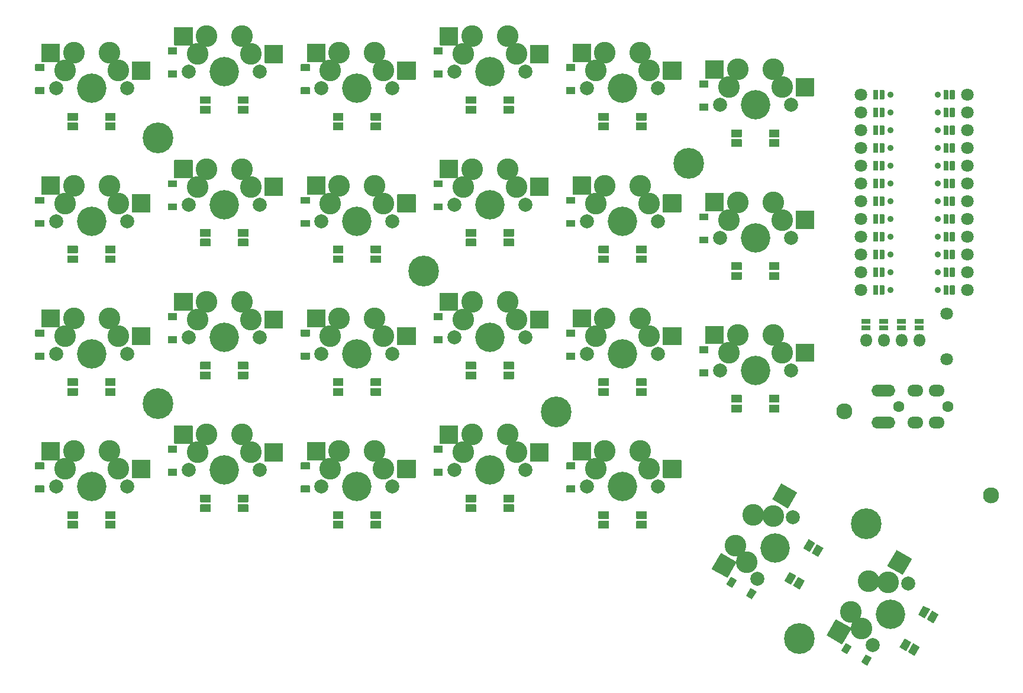
<source format=gts>
G04 #@! TF.GenerationSoftware,KiCad,Pcbnew,8.0.8+1*
G04 #@! TF.CreationDate,2025-06-17T15:50:22+00:00*
G04 #@! TF.ProjectId,eggada50,65676761-6461-4353-902e-6b696361645f,0.2*
G04 #@! TF.SameCoordinates,Original*
G04 #@! TF.FileFunction,Soldermask,Top*
G04 #@! TF.FilePolarity,Negative*
%FSLAX46Y46*%
G04 Gerber Fmt 4.6, Leading zero omitted, Abs format (unit mm)*
G04 Created by KiCad (PCBNEW 8.0.8+1) date 2025-06-17 15:50:22*
%MOMM*%
%LPD*%
G01*
G04 APERTURE LIST*
%ADD10C,2.300000*%
%ADD11C,4.400000*%
%ADD12C,4.200000*%
%ADD13C,2.000000*%
%ADD14C,3.100000*%
%ADD15C,1.800000*%
%ADD16C,0.900000*%
%ADD17O,1.800000X1.800000*%
%ADD18C,1.600000*%
%ADD19O,2.300000X1.700000*%
%ADD20O,3.400000X1.700000*%
G04 APERTURE END LIST*
D10*
X207762000Y-89226000D03*
X228694000Y-101245000D03*
D11*
X109500000Y-50125000D03*
X109500000Y-88125000D03*
X185468000Y-53736000D03*
X147500000Y-69125000D03*
X166468000Y-89261000D03*
X210827241Y-105262759D03*
X201327241Y-121717241D03*
D12*
X100000000Y-100000000D03*
D13*
X105080000Y-100000000D03*
X94920000Y-100000000D03*
D14*
X102540000Y-94920000D03*
X96190000Y-97460000D03*
D12*
X100000000Y-81000000D03*
D13*
X105080000Y-81000000D03*
X94920000Y-81000000D03*
D14*
X102540000Y-75920000D03*
X96190000Y-78460000D03*
D12*
X100000000Y-62000000D03*
D13*
X105080000Y-62000000D03*
X94920000Y-62000000D03*
D14*
X102540000Y-56920000D03*
X96190000Y-59460000D03*
D12*
X100000000Y-43000000D03*
D13*
X105080000Y-43000000D03*
X94920000Y-43000000D03*
D14*
X102540000Y-37920000D03*
X96190000Y-40460000D03*
D12*
X119000000Y-97625000D03*
D13*
X124080000Y-97625000D03*
X113920000Y-97625000D03*
D14*
X121540000Y-92545000D03*
X115190000Y-95085000D03*
D12*
X119000000Y-78625000D03*
D13*
X124080000Y-78625000D03*
X113920000Y-78625000D03*
D14*
X121540000Y-73545000D03*
X115190000Y-76085000D03*
D12*
X119000000Y-59625000D03*
D13*
X124080000Y-59625000D03*
X113920000Y-59625000D03*
D14*
X121540000Y-54545000D03*
X115190000Y-57085000D03*
D12*
X119000000Y-40625000D03*
D13*
X124080000Y-40625000D03*
X113920000Y-40625000D03*
D14*
X121540000Y-35545000D03*
X115190000Y-38085000D03*
D12*
X138000000Y-100000000D03*
D13*
X143080000Y-100000000D03*
X132920000Y-100000000D03*
D14*
X140540000Y-94920000D03*
X134190000Y-97460000D03*
D12*
X138000000Y-81000000D03*
D13*
X143080000Y-81000000D03*
X132920000Y-81000000D03*
D14*
X140540000Y-75920000D03*
X134190000Y-78460000D03*
D12*
X138000000Y-62000000D03*
D13*
X143080000Y-62000000D03*
X132920000Y-62000000D03*
D14*
X140540000Y-56920000D03*
X134190000Y-59460000D03*
D12*
X138000000Y-43000000D03*
D13*
X143080000Y-43000000D03*
X132920000Y-43000000D03*
D14*
X140540000Y-37920000D03*
X134190000Y-40460000D03*
D12*
X157000000Y-97625000D03*
D13*
X162080000Y-97625000D03*
X151920000Y-97625000D03*
D14*
X159540000Y-92545000D03*
X153190000Y-95085000D03*
D12*
X157000000Y-78625000D03*
D13*
X162080000Y-78625000D03*
X151920000Y-78625000D03*
D14*
X159540000Y-73545000D03*
X153190000Y-76085000D03*
D12*
X157000000Y-59625000D03*
D13*
X162080000Y-59625000D03*
X151920000Y-59625000D03*
D14*
X159540000Y-54545000D03*
X153190000Y-57085000D03*
D12*
X157000000Y-40625000D03*
D13*
X162080000Y-40625000D03*
X151920000Y-40625000D03*
D14*
X159540000Y-35545000D03*
X153190000Y-38085000D03*
D12*
X176000000Y-100000000D03*
D13*
X181080000Y-100000000D03*
X170920000Y-100000000D03*
D14*
X178540000Y-94920000D03*
X172190000Y-97460000D03*
D12*
X176000000Y-81000000D03*
D13*
X181080000Y-81000000D03*
X170920000Y-81000000D03*
D14*
X178540000Y-75920000D03*
X172190000Y-78460000D03*
D12*
X176000000Y-62000000D03*
D13*
X181080000Y-62000000D03*
X170920000Y-62000000D03*
D14*
X178540000Y-56920000D03*
X172190000Y-59460000D03*
D12*
X176000000Y-43000000D03*
D13*
X181080000Y-43000000D03*
X170920000Y-43000000D03*
D14*
X178540000Y-37920000D03*
X172190000Y-40460000D03*
D12*
X195000000Y-83375000D03*
D13*
X200080000Y-83375000D03*
X189920000Y-83375000D03*
D14*
X197540000Y-78295000D03*
X191190000Y-80835000D03*
D12*
X195000000Y-64375000D03*
D13*
X200080000Y-64375000D03*
X189920000Y-64375000D03*
D14*
X197540000Y-59295000D03*
X191190000Y-61835000D03*
D12*
X195000000Y-45375000D03*
D13*
X200080000Y-45375000D03*
X189920000Y-45375000D03*
D14*
X197540000Y-40295000D03*
X191190000Y-42835000D03*
D12*
X197850000Y-108740000D03*
D13*
X200390000Y-104340591D03*
X195310000Y-113139409D03*
D14*
X194720591Y-104000295D03*
X193745295Y-110769557D03*
D12*
X214304483Y-118240000D03*
D13*
X216844483Y-113840591D03*
X211764483Y-122639409D03*
D14*
X211175074Y-113500295D03*
X210199778Y-120269557D03*
D12*
X100000000Y-100000000D03*
D13*
X105080000Y-100000000D03*
X94920000Y-100000000D03*
D14*
X97460000Y-94920000D03*
X103810000Y-97460000D03*
G36*
G01*
X105760000Y-98710000D02*
X105760000Y-96210000D01*
G75*
G02*
X105810000Y-96160000I50000J0D01*
G01*
X108360000Y-96160000D01*
G75*
G02*
X108410000Y-96210000I0J-50000D01*
G01*
X108410000Y-98710000D01*
G75*
G02*
X108360000Y-98760000I-50000J0D01*
G01*
X105810000Y-98760000D01*
G75*
G02*
X105760000Y-98710000I0J50000D01*
G01*
G37*
G36*
G01*
X92833000Y-96170000D02*
X92833000Y-93670000D01*
G75*
G02*
X92883000Y-93620000I50000J0D01*
G01*
X95433000Y-93620000D01*
G75*
G02*
X95483000Y-93670000I0J-50000D01*
G01*
X95483000Y-96170000D01*
G75*
G02*
X95433000Y-96220000I-50000J0D01*
G01*
X92883000Y-96220000D01*
G75*
G02*
X92833000Y-96170000I0J50000D01*
G01*
G37*
D12*
X100000000Y-81000000D03*
D13*
X105080000Y-81000000D03*
X94920000Y-81000000D03*
D14*
X97460000Y-75920000D03*
X103810000Y-78460000D03*
G36*
G01*
X105760000Y-79710000D02*
X105760000Y-77210000D01*
G75*
G02*
X105810000Y-77160000I50000J0D01*
G01*
X108360000Y-77160000D01*
G75*
G02*
X108410000Y-77210000I0J-50000D01*
G01*
X108410000Y-79710000D01*
G75*
G02*
X108360000Y-79760000I-50000J0D01*
G01*
X105810000Y-79760000D01*
G75*
G02*
X105760000Y-79710000I0J50000D01*
G01*
G37*
G36*
G01*
X92833000Y-77170000D02*
X92833000Y-74670000D01*
G75*
G02*
X92883000Y-74620000I50000J0D01*
G01*
X95433000Y-74620000D01*
G75*
G02*
X95483000Y-74670000I0J-50000D01*
G01*
X95483000Y-77170000D01*
G75*
G02*
X95433000Y-77220000I-50000J0D01*
G01*
X92883000Y-77220000D01*
G75*
G02*
X92833000Y-77170000I0J50000D01*
G01*
G37*
D12*
X100000000Y-62000000D03*
D13*
X105080000Y-62000000D03*
X94920000Y-62000000D03*
D14*
X97460000Y-56920000D03*
X103810000Y-59460000D03*
G36*
G01*
X105760000Y-60710000D02*
X105760000Y-58210000D01*
G75*
G02*
X105810000Y-58160000I50000J0D01*
G01*
X108360000Y-58160000D01*
G75*
G02*
X108410000Y-58210000I0J-50000D01*
G01*
X108410000Y-60710000D01*
G75*
G02*
X108360000Y-60760000I-50000J0D01*
G01*
X105810000Y-60760000D01*
G75*
G02*
X105760000Y-60710000I0J50000D01*
G01*
G37*
G36*
G01*
X92833000Y-58170000D02*
X92833000Y-55670000D01*
G75*
G02*
X92883000Y-55620000I50000J0D01*
G01*
X95433000Y-55620000D01*
G75*
G02*
X95483000Y-55670000I0J-50000D01*
G01*
X95483000Y-58170000D01*
G75*
G02*
X95433000Y-58220000I-50000J0D01*
G01*
X92883000Y-58220000D01*
G75*
G02*
X92833000Y-58170000I0J50000D01*
G01*
G37*
D12*
X100000000Y-43000000D03*
D13*
X105080000Y-43000000D03*
X94920000Y-43000000D03*
D14*
X97460000Y-37920000D03*
X103810000Y-40460000D03*
G36*
G01*
X105760000Y-41710000D02*
X105760000Y-39210000D01*
G75*
G02*
X105810000Y-39160000I50000J0D01*
G01*
X108360000Y-39160000D01*
G75*
G02*
X108410000Y-39210000I0J-50000D01*
G01*
X108410000Y-41710000D01*
G75*
G02*
X108360000Y-41760000I-50000J0D01*
G01*
X105810000Y-41760000D01*
G75*
G02*
X105760000Y-41710000I0J50000D01*
G01*
G37*
G36*
G01*
X92833000Y-39170000D02*
X92833000Y-36670000D01*
G75*
G02*
X92883000Y-36620000I50000J0D01*
G01*
X95433000Y-36620000D01*
G75*
G02*
X95483000Y-36670000I0J-50000D01*
G01*
X95483000Y-39170000D01*
G75*
G02*
X95433000Y-39220000I-50000J0D01*
G01*
X92883000Y-39220000D01*
G75*
G02*
X92833000Y-39170000I0J50000D01*
G01*
G37*
D12*
X119000000Y-97625000D03*
D13*
X124080000Y-97625000D03*
X113920000Y-97625000D03*
D14*
X116460000Y-92545000D03*
X122810000Y-95085000D03*
G36*
G01*
X124760000Y-96335000D02*
X124760000Y-93835000D01*
G75*
G02*
X124810000Y-93785000I50000J0D01*
G01*
X127360000Y-93785000D01*
G75*
G02*
X127410000Y-93835000I0J-50000D01*
G01*
X127410000Y-96335000D01*
G75*
G02*
X127360000Y-96385000I-50000J0D01*
G01*
X124810000Y-96385000D01*
G75*
G02*
X124760000Y-96335000I0J50000D01*
G01*
G37*
G36*
G01*
X111833000Y-93795000D02*
X111833000Y-91295000D01*
G75*
G02*
X111883000Y-91245000I50000J0D01*
G01*
X114433000Y-91245000D01*
G75*
G02*
X114483000Y-91295000I0J-50000D01*
G01*
X114483000Y-93795000D01*
G75*
G02*
X114433000Y-93845000I-50000J0D01*
G01*
X111883000Y-93845000D01*
G75*
G02*
X111833000Y-93795000I0J50000D01*
G01*
G37*
D12*
X119000000Y-78625000D03*
D13*
X124080000Y-78625000D03*
X113920000Y-78625000D03*
D14*
X116460000Y-73545000D03*
X122810000Y-76085000D03*
G36*
G01*
X124760000Y-77335000D02*
X124760000Y-74835000D01*
G75*
G02*
X124810000Y-74785000I50000J0D01*
G01*
X127360000Y-74785000D01*
G75*
G02*
X127410000Y-74835000I0J-50000D01*
G01*
X127410000Y-77335000D01*
G75*
G02*
X127360000Y-77385000I-50000J0D01*
G01*
X124810000Y-77385000D01*
G75*
G02*
X124760000Y-77335000I0J50000D01*
G01*
G37*
G36*
G01*
X111833000Y-74795000D02*
X111833000Y-72295000D01*
G75*
G02*
X111883000Y-72245000I50000J0D01*
G01*
X114433000Y-72245000D01*
G75*
G02*
X114483000Y-72295000I0J-50000D01*
G01*
X114483000Y-74795000D01*
G75*
G02*
X114433000Y-74845000I-50000J0D01*
G01*
X111883000Y-74845000D01*
G75*
G02*
X111833000Y-74795000I0J50000D01*
G01*
G37*
D12*
X119000000Y-59625000D03*
D13*
X124080000Y-59625000D03*
X113920000Y-59625000D03*
D14*
X116460000Y-54545000D03*
X122810000Y-57085000D03*
G36*
G01*
X124760000Y-58335000D02*
X124760000Y-55835000D01*
G75*
G02*
X124810000Y-55785000I50000J0D01*
G01*
X127360000Y-55785000D01*
G75*
G02*
X127410000Y-55835000I0J-50000D01*
G01*
X127410000Y-58335000D01*
G75*
G02*
X127360000Y-58385000I-50000J0D01*
G01*
X124810000Y-58385000D01*
G75*
G02*
X124760000Y-58335000I0J50000D01*
G01*
G37*
G36*
G01*
X111833000Y-55795000D02*
X111833000Y-53295000D01*
G75*
G02*
X111883000Y-53245000I50000J0D01*
G01*
X114433000Y-53245000D01*
G75*
G02*
X114483000Y-53295000I0J-50000D01*
G01*
X114483000Y-55795000D01*
G75*
G02*
X114433000Y-55845000I-50000J0D01*
G01*
X111883000Y-55845000D01*
G75*
G02*
X111833000Y-55795000I0J50000D01*
G01*
G37*
D12*
X119000000Y-40625000D03*
D13*
X124080000Y-40625000D03*
X113920000Y-40625000D03*
D14*
X116460000Y-35545000D03*
X122810000Y-38085000D03*
G36*
G01*
X124760000Y-39335000D02*
X124760000Y-36835000D01*
G75*
G02*
X124810000Y-36785000I50000J0D01*
G01*
X127360000Y-36785000D01*
G75*
G02*
X127410000Y-36835000I0J-50000D01*
G01*
X127410000Y-39335000D01*
G75*
G02*
X127360000Y-39385000I-50000J0D01*
G01*
X124810000Y-39385000D01*
G75*
G02*
X124760000Y-39335000I0J50000D01*
G01*
G37*
G36*
G01*
X111833000Y-36795000D02*
X111833000Y-34295000D01*
G75*
G02*
X111883000Y-34245000I50000J0D01*
G01*
X114433000Y-34245000D01*
G75*
G02*
X114483000Y-34295000I0J-50000D01*
G01*
X114483000Y-36795000D01*
G75*
G02*
X114433000Y-36845000I-50000J0D01*
G01*
X111883000Y-36845000D01*
G75*
G02*
X111833000Y-36795000I0J50000D01*
G01*
G37*
D12*
X138000000Y-100000000D03*
D13*
X143080000Y-100000000D03*
X132920000Y-100000000D03*
D14*
X135460000Y-94920000D03*
X141810000Y-97460000D03*
G36*
G01*
X143760000Y-98710000D02*
X143760000Y-96210000D01*
G75*
G02*
X143810000Y-96160000I50000J0D01*
G01*
X146360000Y-96160000D01*
G75*
G02*
X146410000Y-96210000I0J-50000D01*
G01*
X146410000Y-98710000D01*
G75*
G02*
X146360000Y-98760000I-50000J0D01*
G01*
X143810000Y-98760000D01*
G75*
G02*
X143760000Y-98710000I0J50000D01*
G01*
G37*
G36*
G01*
X130833000Y-96170000D02*
X130833000Y-93670000D01*
G75*
G02*
X130883000Y-93620000I50000J0D01*
G01*
X133433000Y-93620000D01*
G75*
G02*
X133483000Y-93670000I0J-50000D01*
G01*
X133483000Y-96170000D01*
G75*
G02*
X133433000Y-96220000I-50000J0D01*
G01*
X130883000Y-96220000D01*
G75*
G02*
X130833000Y-96170000I0J50000D01*
G01*
G37*
D12*
X138000000Y-81000000D03*
D13*
X143080000Y-81000000D03*
X132920000Y-81000000D03*
D14*
X135460000Y-75920000D03*
X141810000Y-78460000D03*
G36*
G01*
X143760000Y-79710000D02*
X143760000Y-77210000D01*
G75*
G02*
X143810000Y-77160000I50000J0D01*
G01*
X146360000Y-77160000D01*
G75*
G02*
X146410000Y-77210000I0J-50000D01*
G01*
X146410000Y-79710000D01*
G75*
G02*
X146360000Y-79760000I-50000J0D01*
G01*
X143810000Y-79760000D01*
G75*
G02*
X143760000Y-79710000I0J50000D01*
G01*
G37*
G36*
G01*
X130833000Y-77170000D02*
X130833000Y-74670000D01*
G75*
G02*
X130883000Y-74620000I50000J0D01*
G01*
X133433000Y-74620000D01*
G75*
G02*
X133483000Y-74670000I0J-50000D01*
G01*
X133483000Y-77170000D01*
G75*
G02*
X133433000Y-77220000I-50000J0D01*
G01*
X130883000Y-77220000D01*
G75*
G02*
X130833000Y-77170000I0J50000D01*
G01*
G37*
D12*
X138000000Y-62000000D03*
D13*
X143080000Y-62000000D03*
X132920000Y-62000000D03*
D14*
X135460000Y-56920000D03*
X141810000Y-59460000D03*
G36*
G01*
X143760000Y-60710000D02*
X143760000Y-58210000D01*
G75*
G02*
X143810000Y-58160000I50000J0D01*
G01*
X146360000Y-58160000D01*
G75*
G02*
X146410000Y-58210000I0J-50000D01*
G01*
X146410000Y-60710000D01*
G75*
G02*
X146360000Y-60760000I-50000J0D01*
G01*
X143810000Y-60760000D01*
G75*
G02*
X143760000Y-60710000I0J50000D01*
G01*
G37*
G36*
G01*
X130833000Y-58170000D02*
X130833000Y-55670000D01*
G75*
G02*
X130883000Y-55620000I50000J0D01*
G01*
X133433000Y-55620000D01*
G75*
G02*
X133483000Y-55670000I0J-50000D01*
G01*
X133483000Y-58170000D01*
G75*
G02*
X133433000Y-58220000I-50000J0D01*
G01*
X130883000Y-58220000D01*
G75*
G02*
X130833000Y-58170000I0J50000D01*
G01*
G37*
D12*
X138000000Y-43000000D03*
D13*
X143080000Y-43000000D03*
X132920000Y-43000000D03*
D14*
X135460000Y-37920000D03*
X141810000Y-40460000D03*
G36*
G01*
X143760000Y-41710000D02*
X143760000Y-39210000D01*
G75*
G02*
X143810000Y-39160000I50000J0D01*
G01*
X146360000Y-39160000D01*
G75*
G02*
X146410000Y-39210000I0J-50000D01*
G01*
X146410000Y-41710000D01*
G75*
G02*
X146360000Y-41760000I-50000J0D01*
G01*
X143810000Y-41760000D01*
G75*
G02*
X143760000Y-41710000I0J50000D01*
G01*
G37*
G36*
G01*
X130833000Y-39170000D02*
X130833000Y-36670000D01*
G75*
G02*
X130883000Y-36620000I50000J0D01*
G01*
X133433000Y-36620000D01*
G75*
G02*
X133483000Y-36670000I0J-50000D01*
G01*
X133483000Y-39170000D01*
G75*
G02*
X133433000Y-39220000I-50000J0D01*
G01*
X130883000Y-39220000D01*
G75*
G02*
X130833000Y-39170000I0J50000D01*
G01*
G37*
D12*
X157000000Y-97625000D03*
D13*
X162080000Y-97625000D03*
X151920000Y-97625000D03*
D14*
X154460000Y-92545000D03*
X160810000Y-95085000D03*
G36*
G01*
X162760000Y-96335000D02*
X162760000Y-93835000D01*
G75*
G02*
X162810000Y-93785000I50000J0D01*
G01*
X165360000Y-93785000D01*
G75*
G02*
X165410000Y-93835000I0J-50000D01*
G01*
X165410000Y-96335000D01*
G75*
G02*
X165360000Y-96385000I-50000J0D01*
G01*
X162810000Y-96385000D01*
G75*
G02*
X162760000Y-96335000I0J50000D01*
G01*
G37*
G36*
G01*
X149833000Y-93795000D02*
X149833000Y-91295000D01*
G75*
G02*
X149883000Y-91245000I50000J0D01*
G01*
X152433000Y-91245000D01*
G75*
G02*
X152483000Y-91295000I0J-50000D01*
G01*
X152483000Y-93795000D01*
G75*
G02*
X152433000Y-93845000I-50000J0D01*
G01*
X149883000Y-93845000D01*
G75*
G02*
X149833000Y-93795000I0J50000D01*
G01*
G37*
D12*
X157000000Y-78625000D03*
D13*
X162080000Y-78625000D03*
X151920000Y-78625000D03*
D14*
X154460000Y-73545000D03*
X160810000Y-76085000D03*
G36*
G01*
X162760000Y-77335000D02*
X162760000Y-74835000D01*
G75*
G02*
X162810000Y-74785000I50000J0D01*
G01*
X165360000Y-74785000D01*
G75*
G02*
X165410000Y-74835000I0J-50000D01*
G01*
X165410000Y-77335000D01*
G75*
G02*
X165360000Y-77385000I-50000J0D01*
G01*
X162810000Y-77385000D01*
G75*
G02*
X162760000Y-77335000I0J50000D01*
G01*
G37*
G36*
G01*
X149833000Y-74795000D02*
X149833000Y-72295000D01*
G75*
G02*
X149883000Y-72245000I50000J0D01*
G01*
X152433000Y-72245000D01*
G75*
G02*
X152483000Y-72295000I0J-50000D01*
G01*
X152483000Y-74795000D01*
G75*
G02*
X152433000Y-74845000I-50000J0D01*
G01*
X149883000Y-74845000D01*
G75*
G02*
X149833000Y-74795000I0J50000D01*
G01*
G37*
D12*
X157000000Y-59625000D03*
D13*
X162080000Y-59625000D03*
X151920000Y-59625000D03*
D14*
X154460000Y-54545000D03*
X160810000Y-57085000D03*
G36*
G01*
X162760000Y-58335000D02*
X162760000Y-55835000D01*
G75*
G02*
X162810000Y-55785000I50000J0D01*
G01*
X165360000Y-55785000D01*
G75*
G02*
X165410000Y-55835000I0J-50000D01*
G01*
X165410000Y-58335000D01*
G75*
G02*
X165360000Y-58385000I-50000J0D01*
G01*
X162810000Y-58385000D01*
G75*
G02*
X162760000Y-58335000I0J50000D01*
G01*
G37*
G36*
G01*
X149833000Y-55795000D02*
X149833000Y-53295000D01*
G75*
G02*
X149883000Y-53245000I50000J0D01*
G01*
X152433000Y-53245000D01*
G75*
G02*
X152483000Y-53295000I0J-50000D01*
G01*
X152483000Y-55795000D01*
G75*
G02*
X152433000Y-55845000I-50000J0D01*
G01*
X149883000Y-55845000D01*
G75*
G02*
X149833000Y-55795000I0J50000D01*
G01*
G37*
D12*
X157000000Y-40625000D03*
D13*
X162080000Y-40625000D03*
X151920000Y-40625000D03*
D14*
X154460000Y-35545000D03*
X160810000Y-38085000D03*
G36*
G01*
X162760000Y-39335000D02*
X162760000Y-36835000D01*
G75*
G02*
X162810000Y-36785000I50000J0D01*
G01*
X165360000Y-36785000D01*
G75*
G02*
X165410000Y-36835000I0J-50000D01*
G01*
X165410000Y-39335000D01*
G75*
G02*
X165360000Y-39385000I-50000J0D01*
G01*
X162810000Y-39385000D01*
G75*
G02*
X162760000Y-39335000I0J50000D01*
G01*
G37*
G36*
G01*
X149833000Y-36795000D02*
X149833000Y-34295000D01*
G75*
G02*
X149883000Y-34245000I50000J0D01*
G01*
X152433000Y-34245000D01*
G75*
G02*
X152483000Y-34295000I0J-50000D01*
G01*
X152483000Y-36795000D01*
G75*
G02*
X152433000Y-36845000I-50000J0D01*
G01*
X149883000Y-36845000D01*
G75*
G02*
X149833000Y-36795000I0J50000D01*
G01*
G37*
D12*
X176000000Y-100000000D03*
D13*
X181080000Y-100000000D03*
X170920000Y-100000000D03*
D14*
X173460000Y-94920000D03*
X179810000Y-97460000D03*
G36*
G01*
X181760000Y-98710000D02*
X181760000Y-96210000D01*
G75*
G02*
X181810000Y-96160000I50000J0D01*
G01*
X184360000Y-96160000D01*
G75*
G02*
X184410000Y-96210000I0J-50000D01*
G01*
X184410000Y-98710000D01*
G75*
G02*
X184360000Y-98760000I-50000J0D01*
G01*
X181810000Y-98760000D01*
G75*
G02*
X181760000Y-98710000I0J50000D01*
G01*
G37*
G36*
G01*
X168833000Y-96170000D02*
X168833000Y-93670000D01*
G75*
G02*
X168883000Y-93620000I50000J0D01*
G01*
X171433000Y-93620000D01*
G75*
G02*
X171483000Y-93670000I0J-50000D01*
G01*
X171483000Y-96170000D01*
G75*
G02*
X171433000Y-96220000I-50000J0D01*
G01*
X168883000Y-96220000D01*
G75*
G02*
X168833000Y-96170000I0J50000D01*
G01*
G37*
D12*
X176000000Y-81000000D03*
D13*
X181080000Y-81000000D03*
X170920000Y-81000000D03*
D14*
X173460000Y-75920000D03*
X179810000Y-78460000D03*
G36*
G01*
X181760000Y-79710000D02*
X181760000Y-77210000D01*
G75*
G02*
X181810000Y-77160000I50000J0D01*
G01*
X184360000Y-77160000D01*
G75*
G02*
X184410000Y-77210000I0J-50000D01*
G01*
X184410000Y-79710000D01*
G75*
G02*
X184360000Y-79760000I-50000J0D01*
G01*
X181810000Y-79760000D01*
G75*
G02*
X181760000Y-79710000I0J50000D01*
G01*
G37*
G36*
G01*
X168833000Y-77170000D02*
X168833000Y-74670000D01*
G75*
G02*
X168883000Y-74620000I50000J0D01*
G01*
X171433000Y-74620000D01*
G75*
G02*
X171483000Y-74670000I0J-50000D01*
G01*
X171483000Y-77170000D01*
G75*
G02*
X171433000Y-77220000I-50000J0D01*
G01*
X168883000Y-77220000D01*
G75*
G02*
X168833000Y-77170000I0J50000D01*
G01*
G37*
D12*
X176000000Y-62000000D03*
D13*
X181080000Y-62000000D03*
X170920000Y-62000000D03*
D14*
X173460000Y-56920000D03*
X179810000Y-59460000D03*
G36*
G01*
X181760000Y-60710000D02*
X181760000Y-58210000D01*
G75*
G02*
X181810000Y-58160000I50000J0D01*
G01*
X184360000Y-58160000D01*
G75*
G02*
X184410000Y-58210000I0J-50000D01*
G01*
X184410000Y-60710000D01*
G75*
G02*
X184360000Y-60760000I-50000J0D01*
G01*
X181810000Y-60760000D01*
G75*
G02*
X181760000Y-60710000I0J50000D01*
G01*
G37*
G36*
G01*
X168833000Y-58170000D02*
X168833000Y-55670000D01*
G75*
G02*
X168883000Y-55620000I50000J0D01*
G01*
X171433000Y-55620000D01*
G75*
G02*
X171483000Y-55670000I0J-50000D01*
G01*
X171483000Y-58170000D01*
G75*
G02*
X171433000Y-58220000I-50000J0D01*
G01*
X168883000Y-58220000D01*
G75*
G02*
X168833000Y-58170000I0J50000D01*
G01*
G37*
D12*
X176000000Y-43000000D03*
D13*
X181080000Y-43000000D03*
X170920000Y-43000000D03*
D14*
X173460000Y-37920000D03*
X179810000Y-40460000D03*
G36*
G01*
X181760000Y-41710000D02*
X181760000Y-39210000D01*
G75*
G02*
X181810000Y-39160000I50000J0D01*
G01*
X184360000Y-39160000D01*
G75*
G02*
X184410000Y-39210000I0J-50000D01*
G01*
X184410000Y-41710000D01*
G75*
G02*
X184360000Y-41760000I-50000J0D01*
G01*
X181810000Y-41760000D01*
G75*
G02*
X181760000Y-41710000I0J50000D01*
G01*
G37*
G36*
G01*
X168833000Y-39170000D02*
X168833000Y-36670000D01*
G75*
G02*
X168883000Y-36620000I50000J0D01*
G01*
X171433000Y-36620000D01*
G75*
G02*
X171483000Y-36670000I0J-50000D01*
G01*
X171483000Y-39170000D01*
G75*
G02*
X171433000Y-39220000I-50000J0D01*
G01*
X168883000Y-39220000D01*
G75*
G02*
X168833000Y-39170000I0J50000D01*
G01*
G37*
D12*
X195000000Y-83375000D03*
D13*
X200080000Y-83375000D03*
X189920000Y-83375000D03*
D14*
X192460000Y-78295000D03*
X198810000Y-80835000D03*
G36*
G01*
X200760000Y-82085000D02*
X200760000Y-79585000D01*
G75*
G02*
X200810000Y-79535000I50000J0D01*
G01*
X203360000Y-79535000D01*
G75*
G02*
X203410000Y-79585000I0J-50000D01*
G01*
X203410000Y-82085000D01*
G75*
G02*
X203360000Y-82135000I-50000J0D01*
G01*
X200810000Y-82135000D01*
G75*
G02*
X200760000Y-82085000I0J50000D01*
G01*
G37*
G36*
G01*
X187833000Y-79545000D02*
X187833000Y-77045000D01*
G75*
G02*
X187883000Y-76995000I50000J0D01*
G01*
X190433000Y-76995000D01*
G75*
G02*
X190483000Y-77045000I0J-50000D01*
G01*
X190483000Y-79545000D01*
G75*
G02*
X190433000Y-79595000I-50000J0D01*
G01*
X187883000Y-79595000D01*
G75*
G02*
X187833000Y-79545000I0J50000D01*
G01*
G37*
D12*
X195000000Y-64375000D03*
D13*
X200080000Y-64375000D03*
X189920000Y-64375000D03*
D14*
X192460000Y-59295000D03*
X198810000Y-61835000D03*
G36*
G01*
X200760000Y-63085000D02*
X200760000Y-60585000D01*
G75*
G02*
X200810000Y-60535000I50000J0D01*
G01*
X203360000Y-60535000D01*
G75*
G02*
X203410000Y-60585000I0J-50000D01*
G01*
X203410000Y-63085000D01*
G75*
G02*
X203360000Y-63135000I-50000J0D01*
G01*
X200810000Y-63135000D01*
G75*
G02*
X200760000Y-63085000I0J50000D01*
G01*
G37*
G36*
G01*
X187833000Y-60545000D02*
X187833000Y-58045000D01*
G75*
G02*
X187883000Y-57995000I50000J0D01*
G01*
X190433000Y-57995000D01*
G75*
G02*
X190483000Y-58045000I0J-50000D01*
G01*
X190483000Y-60545000D01*
G75*
G02*
X190433000Y-60595000I-50000J0D01*
G01*
X187883000Y-60595000D01*
G75*
G02*
X187833000Y-60545000I0J50000D01*
G01*
G37*
D12*
X195000000Y-45375000D03*
D13*
X200080000Y-45375000D03*
X189920000Y-45375000D03*
D14*
X192460000Y-40295000D03*
X198810000Y-42835000D03*
G36*
G01*
X200760000Y-44085000D02*
X200760000Y-41585000D01*
G75*
G02*
X200810000Y-41535000I50000J0D01*
G01*
X203360000Y-41535000D01*
G75*
G02*
X203410000Y-41585000I0J-50000D01*
G01*
X203410000Y-44085000D01*
G75*
G02*
X203360000Y-44135000I-50000J0D01*
G01*
X200810000Y-44135000D01*
G75*
G02*
X200760000Y-44085000I0J50000D01*
G01*
G37*
G36*
G01*
X187833000Y-41545000D02*
X187833000Y-39045000D01*
G75*
G02*
X187883000Y-38995000I50000J0D01*
G01*
X190433000Y-38995000D01*
G75*
G02*
X190483000Y-39045000I0J-50000D01*
G01*
X190483000Y-41545000D01*
G75*
G02*
X190433000Y-41595000I-50000J0D01*
G01*
X187883000Y-41595000D01*
G75*
G02*
X187833000Y-41545000I0J50000D01*
G01*
G37*
D12*
X197850000Y-108740000D03*
D13*
X200390000Y-104340591D03*
X195310000Y-113139409D03*
D14*
X192180591Y-108399705D03*
X197555295Y-104170443D03*
G36*
G01*
X199612827Y-103106693D02*
X197447763Y-101856693D01*
G75*
G02*
X197429462Y-101788392I25000J43301D01*
G01*
X198704462Y-99580028D01*
G75*
G02*
X198772763Y-99561727I43301J-25000D01*
G01*
X200937827Y-100811727D01*
G75*
G02*
X200956128Y-100880028I-25000J-43301D01*
G01*
X199681128Y-103088392D01*
G75*
G02*
X199612827Y-103106693I-43301J25000D01*
G01*
G37*
G36*
G01*
X190949623Y-113031803D02*
X188784559Y-111781803D01*
G75*
G02*
X188766258Y-111713502I25000J43301D01*
G01*
X190041258Y-109505138D01*
G75*
G02*
X190109559Y-109486837I43301J-25000D01*
G01*
X192274623Y-110736837D01*
G75*
G02*
X192292924Y-110805138I-25000J-43301D01*
G01*
X191017924Y-113013502D01*
G75*
G02*
X190949623Y-113031803I-43301J25000D01*
G01*
G37*
D12*
X214304483Y-118240000D03*
D13*
X216844483Y-113840591D03*
X211764483Y-122639409D03*
D14*
X208635074Y-117899705D03*
X214009778Y-113670443D03*
G36*
G01*
X216067310Y-112606693D02*
X213902246Y-111356693D01*
G75*
G02*
X213883945Y-111288392I25000J43301D01*
G01*
X215158945Y-109080028D01*
G75*
G02*
X215227246Y-109061727I43301J-25000D01*
G01*
X217392310Y-110311727D01*
G75*
G02*
X217410611Y-110380028I-25000J-43301D01*
G01*
X216135611Y-112588392D01*
G75*
G02*
X216067310Y-112606693I-43301J25000D01*
G01*
G37*
G36*
G01*
X207404106Y-122531803D02*
X205239042Y-121281803D01*
G75*
G02*
X205220741Y-121213502I25000J43301D01*
G01*
X206495741Y-119005138D01*
G75*
G02*
X206564042Y-118986837I43301J-25000D01*
G01*
X208729106Y-120236837D01*
G75*
G02*
X208747407Y-120305138I-25000J-43301D01*
G01*
X207472407Y-122513502D01*
G75*
G02*
X207404106Y-122531803I-43301J25000D01*
G01*
G37*
G36*
G01*
X93200000Y-100825000D02*
X92000000Y-100825000D01*
G75*
G02*
X91950000Y-100775000I0J50000D01*
G01*
X91950000Y-99875000D01*
G75*
G02*
X92000000Y-99825000I50000J0D01*
G01*
X93200000Y-99825000D01*
G75*
G02*
X93250000Y-99875000I0J-50000D01*
G01*
X93250000Y-100775000D01*
G75*
G02*
X93200000Y-100825000I-50000J0D01*
G01*
G37*
G36*
G01*
X93200000Y-97525000D02*
X92000000Y-97525000D01*
G75*
G02*
X91950000Y-97475000I0J50000D01*
G01*
X91950000Y-96575000D01*
G75*
G02*
X92000000Y-96525000I50000J0D01*
G01*
X93200000Y-96525000D01*
G75*
G02*
X93250000Y-96575000I0J-50000D01*
G01*
X93250000Y-97475000D01*
G75*
G02*
X93200000Y-97525000I-50000J0D01*
G01*
G37*
G36*
G01*
X93200000Y-81825000D02*
X92000000Y-81825000D01*
G75*
G02*
X91950000Y-81775000I0J50000D01*
G01*
X91950000Y-80875000D01*
G75*
G02*
X92000000Y-80825000I50000J0D01*
G01*
X93200000Y-80825000D01*
G75*
G02*
X93250000Y-80875000I0J-50000D01*
G01*
X93250000Y-81775000D01*
G75*
G02*
X93200000Y-81825000I-50000J0D01*
G01*
G37*
G36*
G01*
X93200000Y-78525000D02*
X92000000Y-78525000D01*
G75*
G02*
X91950000Y-78475000I0J50000D01*
G01*
X91950000Y-77575000D01*
G75*
G02*
X92000000Y-77525000I50000J0D01*
G01*
X93200000Y-77525000D01*
G75*
G02*
X93250000Y-77575000I0J-50000D01*
G01*
X93250000Y-78475000D01*
G75*
G02*
X93200000Y-78525000I-50000J0D01*
G01*
G37*
G36*
G01*
X93200000Y-62825000D02*
X92000000Y-62825000D01*
G75*
G02*
X91950000Y-62775000I0J50000D01*
G01*
X91950000Y-61875000D01*
G75*
G02*
X92000000Y-61825000I50000J0D01*
G01*
X93200000Y-61825000D01*
G75*
G02*
X93250000Y-61875000I0J-50000D01*
G01*
X93250000Y-62775000D01*
G75*
G02*
X93200000Y-62825000I-50000J0D01*
G01*
G37*
G36*
G01*
X93200000Y-59525000D02*
X92000000Y-59525000D01*
G75*
G02*
X91950000Y-59475000I0J50000D01*
G01*
X91950000Y-58575000D01*
G75*
G02*
X92000000Y-58525000I50000J0D01*
G01*
X93200000Y-58525000D01*
G75*
G02*
X93250000Y-58575000I0J-50000D01*
G01*
X93250000Y-59475000D01*
G75*
G02*
X93200000Y-59525000I-50000J0D01*
G01*
G37*
G36*
G01*
X93200000Y-43825000D02*
X92000000Y-43825000D01*
G75*
G02*
X91950000Y-43775000I0J50000D01*
G01*
X91950000Y-42875000D01*
G75*
G02*
X92000000Y-42825000I50000J0D01*
G01*
X93200000Y-42825000D01*
G75*
G02*
X93250000Y-42875000I0J-50000D01*
G01*
X93250000Y-43775000D01*
G75*
G02*
X93200000Y-43825000I-50000J0D01*
G01*
G37*
G36*
G01*
X93200000Y-40525000D02*
X92000000Y-40525000D01*
G75*
G02*
X91950000Y-40475000I0J50000D01*
G01*
X91950000Y-39575000D01*
G75*
G02*
X92000000Y-39525000I50000J0D01*
G01*
X93200000Y-39525000D01*
G75*
G02*
X93250000Y-39575000I0J-50000D01*
G01*
X93250000Y-40475000D01*
G75*
G02*
X93200000Y-40525000I-50000J0D01*
G01*
G37*
G36*
G01*
X112200000Y-98450000D02*
X111000000Y-98450000D01*
G75*
G02*
X110950000Y-98400000I0J50000D01*
G01*
X110950000Y-97500000D01*
G75*
G02*
X111000000Y-97450000I50000J0D01*
G01*
X112200000Y-97450000D01*
G75*
G02*
X112250000Y-97500000I0J-50000D01*
G01*
X112250000Y-98400000D01*
G75*
G02*
X112200000Y-98450000I-50000J0D01*
G01*
G37*
G36*
G01*
X112200000Y-95150000D02*
X111000000Y-95150000D01*
G75*
G02*
X110950000Y-95100000I0J50000D01*
G01*
X110950000Y-94200000D01*
G75*
G02*
X111000000Y-94150000I50000J0D01*
G01*
X112200000Y-94150000D01*
G75*
G02*
X112250000Y-94200000I0J-50000D01*
G01*
X112250000Y-95100000D01*
G75*
G02*
X112200000Y-95150000I-50000J0D01*
G01*
G37*
G36*
G01*
X112200000Y-79450000D02*
X111000000Y-79450000D01*
G75*
G02*
X110950000Y-79400000I0J50000D01*
G01*
X110950000Y-78500000D01*
G75*
G02*
X111000000Y-78450000I50000J0D01*
G01*
X112200000Y-78450000D01*
G75*
G02*
X112250000Y-78500000I0J-50000D01*
G01*
X112250000Y-79400000D01*
G75*
G02*
X112200000Y-79450000I-50000J0D01*
G01*
G37*
G36*
G01*
X112200000Y-76150000D02*
X111000000Y-76150000D01*
G75*
G02*
X110950000Y-76100000I0J50000D01*
G01*
X110950000Y-75200000D01*
G75*
G02*
X111000000Y-75150000I50000J0D01*
G01*
X112200000Y-75150000D01*
G75*
G02*
X112250000Y-75200000I0J-50000D01*
G01*
X112250000Y-76100000D01*
G75*
G02*
X112200000Y-76150000I-50000J0D01*
G01*
G37*
G36*
G01*
X112200000Y-60450000D02*
X111000000Y-60450000D01*
G75*
G02*
X110950000Y-60400000I0J50000D01*
G01*
X110950000Y-59500000D01*
G75*
G02*
X111000000Y-59450000I50000J0D01*
G01*
X112200000Y-59450000D01*
G75*
G02*
X112250000Y-59500000I0J-50000D01*
G01*
X112250000Y-60400000D01*
G75*
G02*
X112200000Y-60450000I-50000J0D01*
G01*
G37*
G36*
G01*
X112200000Y-57150000D02*
X111000000Y-57150000D01*
G75*
G02*
X110950000Y-57100000I0J50000D01*
G01*
X110950000Y-56200000D01*
G75*
G02*
X111000000Y-56150000I50000J0D01*
G01*
X112200000Y-56150000D01*
G75*
G02*
X112250000Y-56200000I0J-50000D01*
G01*
X112250000Y-57100000D01*
G75*
G02*
X112200000Y-57150000I-50000J0D01*
G01*
G37*
G36*
G01*
X112200000Y-41450000D02*
X111000000Y-41450000D01*
G75*
G02*
X110950000Y-41400000I0J50000D01*
G01*
X110950000Y-40500000D01*
G75*
G02*
X111000000Y-40450000I50000J0D01*
G01*
X112200000Y-40450000D01*
G75*
G02*
X112250000Y-40500000I0J-50000D01*
G01*
X112250000Y-41400000D01*
G75*
G02*
X112200000Y-41450000I-50000J0D01*
G01*
G37*
G36*
G01*
X112200000Y-38150000D02*
X111000000Y-38150000D01*
G75*
G02*
X110950000Y-38100000I0J50000D01*
G01*
X110950000Y-37200000D01*
G75*
G02*
X111000000Y-37150000I50000J0D01*
G01*
X112200000Y-37150000D01*
G75*
G02*
X112250000Y-37200000I0J-50000D01*
G01*
X112250000Y-38100000D01*
G75*
G02*
X112200000Y-38150000I-50000J0D01*
G01*
G37*
G36*
G01*
X131200000Y-100825000D02*
X130000000Y-100825000D01*
G75*
G02*
X129950000Y-100775000I0J50000D01*
G01*
X129950000Y-99875000D01*
G75*
G02*
X130000000Y-99825000I50000J0D01*
G01*
X131200000Y-99825000D01*
G75*
G02*
X131250000Y-99875000I0J-50000D01*
G01*
X131250000Y-100775000D01*
G75*
G02*
X131200000Y-100825000I-50000J0D01*
G01*
G37*
G36*
G01*
X131200000Y-97525000D02*
X130000000Y-97525000D01*
G75*
G02*
X129950000Y-97475000I0J50000D01*
G01*
X129950000Y-96575000D01*
G75*
G02*
X130000000Y-96525000I50000J0D01*
G01*
X131200000Y-96525000D01*
G75*
G02*
X131250000Y-96575000I0J-50000D01*
G01*
X131250000Y-97475000D01*
G75*
G02*
X131200000Y-97525000I-50000J0D01*
G01*
G37*
G36*
G01*
X131200000Y-81825000D02*
X130000000Y-81825000D01*
G75*
G02*
X129950000Y-81775000I0J50000D01*
G01*
X129950000Y-80875000D01*
G75*
G02*
X130000000Y-80825000I50000J0D01*
G01*
X131200000Y-80825000D01*
G75*
G02*
X131250000Y-80875000I0J-50000D01*
G01*
X131250000Y-81775000D01*
G75*
G02*
X131200000Y-81825000I-50000J0D01*
G01*
G37*
G36*
G01*
X131200000Y-78525000D02*
X130000000Y-78525000D01*
G75*
G02*
X129950000Y-78475000I0J50000D01*
G01*
X129950000Y-77575000D01*
G75*
G02*
X130000000Y-77525000I50000J0D01*
G01*
X131200000Y-77525000D01*
G75*
G02*
X131250000Y-77575000I0J-50000D01*
G01*
X131250000Y-78475000D01*
G75*
G02*
X131200000Y-78525000I-50000J0D01*
G01*
G37*
G36*
G01*
X131200000Y-62825000D02*
X130000000Y-62825000D01*
G75*
G02*
X129950000Y-62775000I0J50000D01*
G01*
X129950000Y-61875000D01*
G75*
G02*
X130000000Y-61825000I50000J0D01*
G01*
X131200000Y-61825000D01*
G75*
G02*
X131250000Y-61875000I0J-50000D01*
G01*
X131250000Y-62775000D01*
G75*
G02*
X131200000Y-62825000I-50000J0D01*
G01*
G37*
G36*
G01*
X131200000Y-59525000D02*
X130000000Y-59525000D01*
G75*
G02*
X129950000Y-59475000I0J50000D01*
G01*
X129950000Y-58575000D01*
G75*
G02*
X130000000Y-58525000I50000J0D01*
G01*
X131200000Y-58525000D01*
G75*
G02*
X131250000Y-58575000I0J-50000D01*
G01*
X131250000Y-59475000D01*
G75*
G02*
X131200000Y-59525000I-50000J0D01*
G01*
G37*
G36*
G01*
X131200000Y-43825000D02*
X130000000Y-43825000D01*
G75*
G02*
X129950000Y-43775000I0J50000D01*
G01*
X129950000Y-42875000D01*
G75*
G02*
X130000000Y-42825000I50000J0D01*
G01*
X131200000Y-42825000D01*
G75*
G02*
X131250000Y-42875000I0J-50000D01*
G01*
X131250000Y-43775000D01*
G75*
G02*
X131200000Y-43825000I-50000J0D01*
G01*
G37*
G36*
G01*
X131200000Y-40525000D02*
X130000000Y-40525000D01*
G75*
G02*
X129950000Y-40475000I0J50000D01*
G01*
X129950000Y-39575000D01*
G75*
G02*
X130000000Y-39525000I50000J0D01*
G01*
X131200000Y-39525000D01*
G75*
G02*
X131250000Y-39575000I0J-50000D01*
G01*
X131250000Y-40475000D01*
G75*
G02*
X131200000Y-40525000I-50000J0D01*
G01*
G37*
G36*
G01*
X150200000Y-98450000D02*
X149000000Y-98450000D01*
G75*
G02*
X148950000Y-98400000I0J50000D01*
G01*
X148950000Y-97500000D01*
G75*
G02*
X149000000Y-97450000I50000J0D01*
G01*
X150200000Y-97450000D01*
G75*
G02*
X150250000Y-97500000I0J-50000D01*
G01*
X150250000Y-98400000D01*
G75*
G02*
X150200000Y-98450000I-50000J0D01*
G01*
G37*
G36*
G01*
X150200000Y-95150000D02*
X149000000Y-95150000D01*
G75*
G02*
X148950000Y-95100000I0J50000D01*
G01*
X148950000Y-94200000D01*
G75*
G02*
X149000000Y-94150000I50000J0D01*
G01*
X150200000Y-94150000D01*
G75*
G02*
X150250000Y-94200000I0J-50000D01*
G01*
X150250000Y-95100000D01*
G75*
G02*
X150200000Y-95150000I-50000J0D01*
G01*
G37*
G36*
G01*
X150200000Y-79450000D02*
X149000000Y-79450000D01*
G75*
G02*
X148950000Y-79400000I0J50000D01*
G01*
X148950000Y-78500000D01*
G75*
G02*
X149000000Y-78450000I50000J0D01*
G01*
X150200000Y-78450000D01*
G75*
G02*
X150250000Y-78500000I0J-50000D01*
G01*
X150250000Y-79400000D01*
G75*
G02*
X150200000Y-79450000I-50000J0D01*
G01*
G37*
G36*
G01*
X150200000Y-76150000D02*
X149000000Y-76150000D01*
G75*
G02*
X148950000Y-76100000I0J50000D01*
G01*
X148950000Y-75200000D01*
G75*
G02*
X149000000Y-75150000I50000J0D01*
G01*
X150200000Y-75150000D01*
G75*
G02*
X150250000Y-75200000I0J-50000D01*
G01*
X150250000Y-76100000D01*
G75*
G02*
X150200000Y-76150000I-50000J0D01*
G01*
G37*
G36*
G01*
X150200000Y-60450000D02*
X149000000Y-60450000D01*
G75*
G02*
X148950000Y-60400000I0J50000D01*
G01*
X148950000Y-59500000D01*
G75*
G02*
X149000000Y-59450000I50000J0D01*
G01*
X150200000Y-59450000D01*
G75*
G02*
X150250000Y-59500000I0J-50000D01*
G01*
X150250000Y-60400000D01*
G75*
G02*
X150200000Y-60450000I-50000J0D01*
G01*
G37*
G36*
G01*
X150200000Y-57150000D02*
X149000000Y-57150000D01*
G75*
G02*
X148950000Y-57100000I0J50000D01*
G01*
X148950000Y-56200000D01*
G75*
G02*
X149000000Y-56150000I50000J0D01*
G01*
X150200000Y-56150000D01*
G75*
G02*
X150250000Y-56200000I0J-50000D01*
G01*
X150250000Y-57100000D01*
G75*
G02*
X150200000Y-57150000I-50000J0D01*
G01*
G37*
G36*
G01*
X150200000Y-41450000D02*
X149000000Y-41450000D01*
G75*
G02*
X148950000Y-41400000I0J50000D01*
G01*
X148950000Y-40500000D01*
G75*
G02*
X149000000Y-40450000I50000J0D01*
G01*
X150200000Y-40450000D01*
G75*
G02*
X150250000Y-40500000I0J-50000D01*
G01*
X150250000Y-41400000D01*
G75*
G02*
X150200000Y-41450000I-50000J0D01*
G01*
G37*
G36*
G01*
X150200000Y-38150000D02*
X149000000Y-38150000D01*
G75*
G02*
X148950000Y-38100000I0J50000D01*
G01*
X148950000Y-37200000D01*
G75*
G02*
X149000000Y-37150000I50000J0D01*
G01*
X150200000Y-37150000D01*
G75*
G02*
X150250000Y-37200000I0J-50000D01*
G01*
X150250000Y-38100000D01*
G75*
G02*
X150200000Y-38150000I-50000J0D01*
G01*
G37*
G36*
G01*
X169200000Y-100825000D02*
X168000000Y-100825000D01*
G75*
G02*
X167950000Y-100775000I0J50000D01*
G01*
X167950000Y-99875000D01*
G75*
G02*
X168000000Y-99825000I50000J0D01*
G01*
X169200000Y-99825000D01*
G75*
G02*
X169250000Y-99875000I0J-50000D01*
G01*
X169250000Y-100775000D01*
G75*
G02*
X169200000Y-100825000I-50000J0D01*
G01*
G37*
G36*
G01*
X169200000Y-97525000D02*
X168000000Y-97525000D01*
G75*
G02*
X167950000Y-97475000I0J50000D01*
G01*
X167950000Y-96575000D01*
G75*
G02*
X168000000Y-96525000I50000J0D01*
G01*
X169200000Y-96525000D01*
G75*
G02*
X169250000Y-96575000I0J-50000D01*
G01*
X169250000Y-97475000D01*
G75*
G02*
X169200000Y-97525000I-50000J0D01*
G01*
G37*
G36*
G01*
X169200000Y-81825000D02*
X168000000Y-81825000D01*
G75*
G02*
X167950000Y-81775000I0J50000D01*
G01*
X167950000Y-80875000D01*
G75*
G02*
X168000000Y-80825000I50000J0D01*
G01*
X169200000Y-80825000D01*
G75*
G02*
X169250000Y-80875000I0J-50000D01*
G01*
X169250000Y-81775000D01*
G75*
G02*
X169200000Y-81825000I-50000J0D01*
G01*
G37*
G36*
G01*
X169200000Y-78525000D02*
X168000000Y-78525000D01*
G75*
G02*
X167950000Y-78475000I0J50000D01*
G01*
X167950000Y-77575000D01*
G75*
G02*
X168000000Y-77525000I50000J0D01*
G01*
X169200000Y-77525000D01*
G75*
G02*
X169250000Y-77575000I0J-50000D01*
G01*
X169250000Y-78475000D01*
G75*
G02*
X169200000Y-78525000I-50000J0D01*
G01*
G37*
G36*
G01*
X169200000Y-62825000D02*
X168000000Y-62825000D01*
G75*
G02*
X167950000Y-62775000I0J50000D01*
G01*
X167950000Y-61875000D01*
G75*
G02*
X168000000Y-61825000I50000J0D01*
G01*
X169200000Y-61825000D01*
G75*
G02*
X169250000Y-61875000I0J-50000D01*
G01*
X169250000Y-62775000D01*
G75*
G02*
X169200000Y-62825000I-50000J0D01*
G01*
G37*
G36*
G01*
X169200000Y-59525000D02*
X168000000Y-59525000D01*
G75*
G02*
X167950000Y-59475000I0J50000D01*
G01*
X167950000Y-58575000D01*
G75*
G02*
X168000000Y-58525000I50000J0D01*
G01*
X169200000Y-58525000D01*
G75*
G02*
X169250000Y-58575000I0J-50000D01*
G01*
X169250000Y-59475000D01*
G75*
G02*
X169200000Y-59525000I-50000J0D01*
G01*
G37*
G36*
G01*
X169200000Y-43825000D02*
X168000000Y-43825000D01*
G75*
G02*
X167950000Y-43775000I0J50000D01*
G01*
X167950000Y-42875000D01*
G75*
G02*
X168000000Y-42825000I50000J0D01*
G01*
X169200000Y-42825000D01*
G75*
G02*
X169250000Y-42875000I0J-50000D01*
G01*
X169250000Y-43775000D01*
G75*
G02*
X169200000Y-43825000I-50000J0D01*
G01*
G37*
G36*
G01*
X169200000Y-40525000D02*
X168000000Y-40525000D01*
G75*
G02*
X167950000Y-40475000I0J50000D01*
G01*
X167950000Y-39575000D01*
G75*
G02*
X168000000Y-39525000I50000J0D01*
G01*
X169200000Y-39525000D01*
G75*
G02*
X169250000Y-39575000I0J-50000D01*
G01*
X169250000Y-40475000D01*
G75*
G02*
X169200000Y-40525000I-50000J0D01*
G01*
G37*
G36*
G01*
X188200000Y-84200000D02*
X187000000Y-84200000D01*
G75*
G02*
X186950000Y-84150000I0J50000D01*
G01*
X186950000Y-83250000D01*
G75*
G02*
X187000000Y-83200000I50000J0D01*
G01*
X188200000Y-83200000D01*
G75*
G02*
X188250000Y-83250000I0J-50000D01*
G01*
X188250000Y-84150000D01*
G75*
G02*
X188200000Y-84200000I-50000J0D01*
G01*
G37*
G36*
G01*
X188200000Y-80900000D02*
X187000000Y-80900000D01*
G75*
G02*
X186950000Y-80850000I0J50000D01*
G01*
X186950000Y-79950000D01*
G75*
G02*
X187000000Y-79900000I50000J0D01*
G01*
X188200000Y-79900000D01*
G75*
G02*
X188250000Y-79950000I0J-50000D01*
G01*
X188250000Y-80850000D01*
G75*
G02*
X188200000Y-80900000I-50000J0D01*
G01*
G37*
G36*
G01*
X188200000Y-65200000D02*
X187000000Y-65200000D01*
G75*
G02*
X186950000Y-65150000I0J50000D01*
G01*
X186950000Y-64250000D01*
G75*
G02*
X187000000Y-64200000I50000J0D01*
G01*
X188200000Y-64200000D01*
G75*
G02*
X188250000Y-64250000I0J-50000D01*
G01*
X188250000Y-65150000D01*
G75*
G02*
X188200000Y-65200000I-50000J0D01*
G01*
G37*
G36*
G01*
X188200000Y-61900000D02*
X187000000Y-61900000D01*
G75*
G02*
X186950000Y-61850000I0J50000D01*
G01*
X186950000Y-60950000D01*
G75*
G02*
X187000000Y-60900000I50000J0D01*
G01*
X188200000Y-60900000D01*
G75*
G02*
X188250000Y-60950000I0J-50000D01*
G01*
X188250000Y-61850000D01*
G75*
G02*
X188200000Y-61900000I-50000J0D01*
G01*
G37*
G36*
G01*
X188200000Y-46200000D02*
X187000000Y-46200000D01*
G75*
G02*
X186950000Y-46150000I0J50000D01*
G01*
X186950000Y-45250000D01*
G75*
G02*
X187000000Y-45200000I50000J0D01*
G01*
X188200000Y-45200000D01*
G75*
G02*
X188250000Y-45250000I0J-50000D01*
G01*
X188250000Y-46150000D01*
G75*
G02*
X188200000Y-46200000I-50000J0D01*
G01*
G37*
G36*
G01*
X188200000Y-42900000D02*
X187000000Y-42900000D01*
G75*
G02*
X186950000Y-42850000I0J50000D01*
G01*
X186950000Y-41950000D01*
G75*
G02*
X187000000Y-41900000I50000J0D01*
G01*
X188200000Y-41900000D01*
G75*
G02*
X188250000Y-41950000I0J-50000D01*
G01*
X188250000Y-42850000D01*
G75*
G02*
X188200000Y-42900000I-50000J0D01*
G01*
G37*
G36*
G01*
X195164470Y-115041473D02*
X194564470Y-116080703D01*
G75*
G02*
X194496169Y-116099004I-43301J25000D01*
G01*
X193716747Y-115649004D01*
G75*
G02*
X193698446Y-115580703I25000J43301D01*
G01*
X194298446Y-114541473D01*
G75*
G02*
X194366747Y-114523172I43301J-25000D01*
G01*
X195146169Y-114973172D01*
G75*
G02*
X195164470Y-115041473I-25000J-43301D01*
G01*
G37*
G36*
G01*
X192306586Y-113391473D02*
X191706586Y-114430703D01*
G75*
G02*
X191638285Y-114449004I-43301J25000D01*
G01*
X190858863Y-113999004D01*
G75*
G02*
X190840562Y-113930703I25000J43301D01*
G01*
X191440562Y-112891473D01*
G75*
G02*
X191508863Y-112873172I43301J-25000D01*
G01*
X192288285Y-113323172D01*
G75*
G02*
X192306586Y-113391473I-25000J-43301D01*
G01*
G37*
G36*
G01*
X211618953Y-124541473D02*
X211018953Y-125580703D01*
G75*
G02*
X210950652Y-125599004I-43301J25000D01*
G01*
X210171230Y-125149004D01*
G75*
G02*
X210152929Y-125080703I25000J43301D01*
G01*
X210752929Y-124041473D01*
G75*
G02*
X210821230Y-124023172I43301J-25000D01*
G01*
X211600652Y-124473172D01*
G75*
G02*
X211618953Y-124541473I-25000J-43301D01*
G01*
G37*
G36*
G01*
X208761069Y-122891473D02*
X208161069Y-123930703D01*
G75*
G02*
X208092768Y-123949004I-43301J25000D01*
G01*
X207313346Y-123499004D01*
G75*
G02*
X207295045Y-123430703I25000J43301D01*
G01*
X207895045Y-122391473D01*
G75*
G02*
X207963346Y-122373172I43301J-25000D01*
G01*
X208742768Y-122823172D01*
G75*
G02*
X208761069Y-122891473I-25000J-43301D01*
G01*
G37*
D15*
X210084000Y-43920000D03*
X225324000Y-43920000D03*
D16*
X214304000Y-43920000D03*
X221104000Y-43920000D03*
G36*
G01*
X211874000Y-44520000D02*
X211874000Y-43320000D01*
G75*
G02*
X211924000Y-43270000I50000J0D01*
G01*
X212524000Y-43270000D01*
G75*
G02*
X212574000Y-43320000I0J-50000D01*
G01*
X212574000Y-44520000D01*
G75*
G02*
X212524000Y-44570000I-50000J0D01*
G01*
X211924000Y-44570000D01*
G75*
G02*
X211874000Y-44520000I0J50000D01*
G01*
G37*
G36*
G01*
X212774000Y-44520000D02*
X212774000Y-43320000D01*
G75*
G02*
X212824000Y-43270000I50000J0D01*
G01*
X213424000Y-43270000D01*
G75*
G02*
X213474000Y-43320000I0J-50000D01*
G01*
X213474000Y-44520000D01*
G75*
G02*
X213424000Y-44570000I-50000J0D01*
G01*
X212824000Y-44570000D01*
G75*
G02*
X212774000Y-44520000I0J50000D01*
G01*
G37*
G36*
G01*
X221934000Y-44520000D02*
X221934000Y-43320000D01*
G75*
G02*
X221984000Y-43270000I50000J0D01*
G01*
X222584000Y-43270000D01*
G75*
G02*
X222634000Y-43320000I0J-50000D01*
G01*
X222634000Y-44520000D01*
G75*
G02*
X222584000Y-44570000I-50000J0D01*
G01*
X221984000Y-44570000D01*
G75*
G02*
X221934000Y-44520000I0J50000D01*
G01*
G37*
G36*
G01*
X222834000Y-44520000D02*
X222834000Y-43320000D01*
G75*
G02*
X222884000Y-43270000I50000J0D01*
G01*
X223484000Y-43270000D01*
G75*
G02*
X223534000Y-43320000I0J-50000D01*
G01*
X223534000Y-44520000D01*
G75*
G02*
X223484000Y-44570000I-50000J0D01*
G01*
X222884000Y-44570000D01*
G75*
G02*
X222834000Y-44520000I0J50000D01*
G01*
G37*
D15*
X210084000Y-46460000D03*
X225324000Y-46460000D03*
D16*
X214304000Y-46460000D03*
X221104000Y-46460000D03*
G36*
G01*
X211874000Y-47060000D02*
X211874000Y-45860000D01*
G75*
G02*
X211924000Y-45810000I50000J0D01*
G01*
X212524000Y-45810000D01*
G75*
G02*
X212574000Y-45860000I0J-50000D01*
G01*
X212574000Y-47060000D01*
G75*
G02*
X212524000Y-47110000I-50000J0D01*
G01*
X211924000Y-47110000D01*
G75*
G02*
X211874000Y-47060000I0J50000D01*
G01*
G37*
G36*
G01*
X212774000Y-47060000D02*
X212774000Y-45860000D01*
G75*
G02*
X212824000Y-45810000I50000J0D01*
G01*
X213424000Y-45810000D01*
G75*
G02*
X213474000Y-45860000I0J-50000D01*
G01*
X213474000Y-47060000D01*
G75*
G02*
X213424000Y-47110000I-50000J0D01*
G01*
X212824000Y-47110000D01*
G75*
G02*
X212774000Y-47060000I0J50000D01*
G01*
G37*
G36*
G01*
X221934000Y-47060000D02*
X221934000Y-45860000D01*
G75*
G02*
X221984000Y-45810000I50000J0D01*
G01*
X222584000Y-45810000D01*
G75*
G02*
X222634000Y-45860000I0J-50000D01*
G01*
X222634000Y-47060000D01*
G75*
G02*
X222584000Y-47110000I-50000J0D01*
G01*
X221984000Y-47110000D01*
G75*
G02*
X221934000Y-47060000I0J50000D01*
G01*
G37*
G36*
G01*
X222834000Y-47060000D02*
X222834000Y-45860000D01*
G75*
G02*
X222884000Y-45810000I50000J0D01*
G01*
X223484000Y-45810000D01*
G75*
G02*
X223534000Y-45860000I0J-50000D01*
G01*
X223534000Y-47060000D01*
G75*
G02*
X223484000Y-47110000I-50000J0D01*
G01*
X222884000Y-47110000D01*
G75*
G02*
X222834000Y-47060000I0J50000D01*
G01*
G37*
D15*
X210084000Y-49000000D03*
X225324000Y-49000000D03*
D16*
X214304000Y-49000000D03*
X221104000Y-49000000D03*
G36*
G01*
X211874000Y-49600000D02*
X211874000Y-48400000D01*
G75*
G02*
X211924000Y-48350000I50000J0D01*
G01*
X212524000Y-48350000D01*
G75*
G02*
X212574000Y-48400000I0J-50000D01*
G01*
X212574000Y-49600000D01*
G75*
G02*
X212524000Y-49650000I-50000J0D01*
G01*
X211924000Y-49650000D01*
G75*
G02*
X211874000Y-49600000I0J50000D01*
G01*
G37*
G36*
G01*
X212774000Y-49600000D02*
X212774000Y-48400000D01*
G75*
G02*
X212824000Y-48350000I50000J0D01*
G01*
X213424000Y-48350000D01*
G75*
G02*
X213474000Y-48400000I0J-50000D01*
G01*
X213474000Y-49600000D01*
G75*
G02*
X213424000Y-49650000I-50000J0D01*
G01*
X212824000Y-49650000D01*
G75*
G02*
X212774000Y-49600000I0J50000D01*
G01*
G37*
G36*
G01*
X221934000Y-49600000D02*
X221934000Y-48400000D01*
G75*
G02*
X221984000Y-48350000I50000J0D01*
G01*
X222584000Y-48350000D01*
G75*
G02*
X222634000Y-48400000I0J-50000D01*
G01*
X222634000Y-49600000D01*
G75*
G02*
X222584000Y-49650000I-50000J0D01*
G01*
X221984000Y-49650000D01*
G75*
G02*
X221934000Y-49600000I0J50000D01*
G01*
G37*
G36*
G01*
X222834000Y-49600000D02*
X222834000Y-48400000D01*
G75*
G02*
X222884000Y-48350000I50000J0D01*
G01*
X223484000Y-48350000D01*
G75*
G02*
X223534000Y-48400000I0J-50000D01*
G01*
X223534000Y-49600000D01*
G75*
G02*
X223484000Y-49650000I-50000J0D01*
G01*
X222884000Y-49650000D01*
G75*
G02*
X222834000Y-49600000I0J50000D01*
G01*
G37*
D15*
X210084000Y-51540000D03*
X225324000Y-51540000D03*
D16*
X214304000Y-51540000D03*
X221104000Y-51540000D03*
G36*
G01*
X211874000Y-52140000D02*
X211874000Y-50940000D01*
G75*
G02*
X211924000Y-50890000I50000J0D01*
G01*
X212524000Y-50890000D01*
G75*
G02*
X212574000Y-50940000I0J-50000D01*
G01*
X212574000Y-52140000D01*
G75*
G02*
X212524000Y-52190000I-50000J0D01*
G01*
X211924000Y-52190000D01*
G75*
G02*
X211874000Y-52140000I0J50000D01*
G01*
G37*
G36*
G01*
X212774000Y-52140000D02*
X212774000Y-50940000D01*
G75*
G02*
X212824000Y-50890000I50000J0D01*
G01*
X213424000Y-50890000D01*
G75*
G02*
X213474000Y-50940000I0J-50000D01*
G01*
X213474000Y-52140000D01*
G75*
G02*
X213424000Y-52190000I-50000J0D01*
G01*
X212824000Y-52190000D01*
G75*
G02*
X212774000Y-52140000I0J50000D01*
G01*
G37*
G36*
G01*
X221934000Y-52140000D02*
X221934000Y-50940000D01*
G75*
G02*
X221984000Y-50890000I50000J0D01*
G01*
X222584000Y-50890000D01*
G75*
G02*
X222634000Y-50940000I0J-50000D01*
G01*
X222634000Y-52140000D01*
G75*
G02*
X222584000Y-52190000I-50000J0D01*
G01*
X221984000Y-52190000D01*
G75*
G02*
X221934000Y-52140000I0J50000D01*
G01*
G37*
G36*
G01*
X222834000Y-52140000D02*
X222834000Y-50940000D01*
G75*
G02*
X222884000Y-50890000I50000J0D01*
G01*
X223484000Y-50890000D01*
G75*
G02*
X223534000Y-50940000I0J-50000D01*
G01*
X223534000Y-52140000D01*
G75*
G02*
X223484000Y-52190000I-50000J0D01*
G01*
X222884000Y-52190000D01*
G75*
G02*
X222834000Y-52140000I0J50000D01*
G01*
G37*
D15*
X210084000Y-54080000D03*
X225324000Y-54080000D03*
D16*
X214304000Y-54080000D03*
X221104000Y-54080000D03*
G36*
G01*
X211874000Y-54680000D02*
X211874000Y-53480000D01*
G75*
G02*
X211924000Y-53430000I50000J0D01*
G01*
X212524000Y-53430000D01*
G75*
G02*
X212574000Y-53480000I0J-50000D01*
G01*
X212574000Y-54680000D01*
G75*
G02*
X212524000Y-54730000I-50000J0D01*
G01*
X211924000Y-54730000D01*
G75*
G02*
X211874000Y-54680000I0J50000D01*
G01*
G37*
G36*
G01*
X212774000Y-54680000D02*
X212774000Y-53480000D01*
G75*
G02*
X212824000Y-53430000I50000J0D01*
G01*
X213424000Y-53430000D01*
G75*
G02*
X213474000Y-53480000I0J-50000D01*
G01*
X213474000Y-54680000D01*
G75*
G02*
X213424000Y-54730000I-50000J0D01*
G01*
X212824000Y-54730000D01*
G75*
G02*
X212774000Y-54680000I0J50000D01*
G01*
G37*
G36*
G01*
X221934000Y-54680000D02*
X221934000Y-53480000D01*
G75*
G02*
X221984000Y-53430000I50000J0D01*
G01*
X222584000Y-53430000D01*
G75*
G02*
X222634000Y-53480000I0J-50000D01*
G01*
X222634000Y-54680000D01*
G75*
G02*
X222584000Y-54730000I-50000J0D01*
G01*
X221984000Y-54730000D01*
G75*
G02*
X221934000Y-54680000I0J50000D01*
G01*
G37*
G36*
G01*
X222834000Y-54680000D02*
X222834000Y-53480000D01*
G75*
G02*
X222884000Y-53430000I50000J0D01*
G01*
X223484000Y-53430000D01*
G75*
G02*
X223534000Y-53480000I0J-50000D01*
G01*
X223534000Y-54680000D01*
G75*
G02*
X223484000Y-54730000I-50000J0D01*
G01*
X222884000Y-54730000D01*
G75*
G02*
X222834000Y-54680000I0J50000D01*
G01*
G37*
D15*
X210084000Y-56620000D03*
X225324000Y-56620000D03*
D16*
X214304000Y-56620000D03*
X221104000Y-56620000D03*
G36*
G01*
X211874000Y-57220000D02*
X211874000Y-56020000D01*
G75*
G02*
X211924000Y-55970000I50000J0D01*
G01*
X212524000Y-55970000D01*
G75*
G02*
X212574000Y-56020000I0J-50000D01*
G01*
X212574000Y-57220000D01*
G75*
G02*
X212524000Y-57270000I-50000J0D01*
G01*
X211924000Y-57270000D01*
G75*
G02*
X211874000Y-57220000I0J50000D01*
G01*
G37*
G36*
G01*
X212774000Y-57220000D02*
X212774000Y-56020000D01*
G75*
G02*
X212824000Y-55970000I50000J0D01*
G01*
X213424000Y-55970000D01*
G75*
G02*
X213474000Y-56020000I0J-50000D01*
G01*
X213474000Y-57220000D01*
G75*
G02*
X213424000Y-57270000I-50000J0D01*
G01*
X212824000Y-57270000D01*
G75*
G02*
X212774000Y-57220000I0J50000D01*
G01*
G37*
G36*
G01*
X221934000Y-57220000D02*
X221934000Y-56020000D01*
G75*
G02*
X221984000Y-55970000I50000J0D01*
G01*
X222584000Y-55970000D01*
G75*
G02*
X222634000Y-56020000I0J-50000D01*
G01*
X222634000Y-57220000D01*
G75*
G02*
X222584000Y-57270000I-50000J0D01*
G01*
X221984000Y-57270000D01*
G75*
G02*
X221934000Y-57220000I0J50000D01*
G01*
G37*
G36*
G01*
X222834000Y-57220000D02*
X222834000Y-56020000D01*
G75*
G02*
X222884000Y-55970000I50000J0D01*
G01*
X223484000Y-55970000D01*
G75*
G02*
X223534000Y-56020000I0J-50000D01*
G01*
X223534000Y-57220000D01*
G75*
G02*
X223484000Y-57270000I-50000J0D01*
G01*
X222884000Y-57270000D01*
G75*
G02*
X222834000Y-57220000I0J50000D01*
G01*
G37*
D15*
X210084000Y-59160000D03*
X225324000Y-59160000D03*
D16*
X214304000Y-59160000D03*
X221104000Y-59160000D03*
G36*
G01*
X211874000Y-59760000D02*
X211874000Y-58560000D01*
G75*
G02*
X211924000Y-58510000I50000J0D01*
G01*
X212524000Y-58510000D01*
G75*
G02*
X212574000Y-58560000I0J-50000D01*
G01*
X212574000Y-59760000D01*
G75*
G02*
X212524000Y-59810000I-50000J0D01*
G01*
X211924000Y-59810000D01*
G75*
G02*
X211874000Y-59760000I0J50000D01*
G01*
G37*
G36*
G01*
X212774000Y-59760000D02*
X212774000Y-58560000D01*
G75*
G02*
X212824000Y-58510000I50000J0D01*
G01*
X213424000Y-58510000D01*
G75*
G02*
X213474000Y-58560000I0J-50000D01*
G01*
X213474000Y-59760000D01*
G75*
G02*
X213424000Y-59810000I-50000J0D01*
G01*
X212824000Y-59810000D01*
G75*
G02*
X212774000Y-59760000I0J50000D01*
G01*
G37*
G36*
G01*
X221934000Y-59760000D02*
X221934000Y-58560000D01*
G75*
G02*
X221984000Y-58510000I50000J0D01*
G01*
X222584000Y-58510000D01*
G75*
G02*
X222634000Y-58560000I0J-50000D01*
G01*
X222634000Y-59760000D01*
G75*
G02*
X222584000Y-59810000I-50000J0D01*
G01*
X221984000Y-59810000D01*
G75*
G02*
X221934000Y-59760000I0J50000D01*
G01*
G37*
G36*
G01*
X222834000Y-59760000D02*
X222834000Y-58560000D01*
G75*
G02*
X222884000Y-58510000I50000J0D01*
G01*
X223484000Y-58510000D01*
G75*
G02*
X223534000Y-58560000I0J-50000D01*
G01*
X223534000Y-59760000D01*
G75*
G02*
X223484000Y-59810000I-50000J0D01*
G01*
X222884000Y-59810000D01*
G75*
G02*
X222834000Y-59760000I0J50000D01*
G01*
G37*
D15*
X210084000Y-61700000D03*
X225324000Y-61700000D03*
D16*
X214304000Y-61700000D03*
X221104000Y-61700000D03*
G36*
G01*
X211874000Y-62300000D02*
X211874000Y-61100000D01*
G75*
G02*
X211924000Y-61050000I50000J0D01*
G01*
X212524000Y-61050000D01*
G75*
G02*
X212574000Y-61100000I0J-50000D01*
G01*
X212574000Y-62300000D01*
G75*
G02*
X212524000Y-62350000I-50000J0D01*
G01*
X211924000Y-62350000D01*
G75*
G02*
X211874000Y-62300000I0J50000D01*
G01*
G37*
G36*
G01*
X212774000Y-62300000D02*
X212774000Y-61100000D01*
G75*
G02*
X212824000Y-61050000I50000J0D01*
G01*
X213424000Y-61050000D01*
G75*
G02*
X213474000Y-61100000I0J-50000D01*
G01*
X213474000Y-62300000D01*
G75*
G02*
X213424000Y-62350000I-50000J0D01*
G01*
X212824000Y-62350000D01*
G75*
G02*
X212774000Y-62300000I0J50000D01*
G01*
G37*
G36*
G01*
X221934000Y-62300000D02*
X221934000Y-61100000D01*
G75*
G02*
X221984000Y-61050000I50000J0D01*
G01*
X222584000Y-61050000D01*
G75*
G02*
X222634000Y-61100000I0J-50000D01*
G01*
X222634000Y-62300000D01*
G75*
G02*
X222584000Y-62350000I-50000J0D01*
G01*
X221984000Y-62350000D01*
G75*
G02*
X221934000Y-62300000I0J50000D01*
G01*
G37*
G36*
G01*
X222834000Y-62300000D02*
X222834000Y-61100000D01*
G75*
G02*
X222884000Y-61050000I50000J0D01*
G01*
X223484000Y-61050000D01*
G75*
G02*
X223534000Y-61100000I0J-50000D01*
G01*
X223534000Y-62300000D01*
G75*
G02*
X223484000Y-62350000I-50000J0D01*
G01*
X222884000Y-62350000D01*
G75*
G02*
X222834000Y-62300000I0J50000D01*
G01*
G37*
D15*
X210084000Y-64240000D03*
X225324000Y-64240000D03*
D16*
X214304000Y-64240000D03*
X221104000Y-64240000D03*
G36*
G01*
X211874000Y-64840000D02*
X211874000Y-63640000D01*
G75*
G02*
X211924000Y-63590000I50000J0D01*
G01*
X212524000Y-63590000D01*
G75*
G02*
X212574000Y-63640000I0J-50000D01*
G01*
X212574000Y-64840000D01*
G75*
G02*
X212524000Y-64890000I-50000J0D01*
G01*
X211924000Y-64890000D01*
G75*
G02*
X211874000Y-64840000I0J50000D01*
G01*
G37*
G36*
G01*
X212774000Y-64840000D02*
X212774000Y-63640000D01*
G75*
G02*
X212824000Y-63590000I50000J0D01*
G01*
X213424000Y-63590000D01*
G75*
G02*
X213474000Y-63640000I0J-50000D01*
G01*
X213474000Y-64840000D01*
G75*
G02*
X213424000Y-64890000I-50000J0D01*
G01*
X212824000Y-64890000D01*
G75*
G02*
X212774000Y-64840000I0J50000D01*
G01*
G37*
G36*
G01*
X221934000Y-64840000D02*
X221934000Y-63640000D01*
G75*
G02*
X221984000Y-63590000I50000J0D01*
G01*
X222584000Y-63590000D01*
G75*
G02*
X222634000Y-63640000I0J-50000D01*
G01*
X222634000Y-64840000D01*
G75*
G02*
X222584000Y-64890000I-50000J0D01*
G01*
X221984000Y-64890000D01*
G75*
G02*
X221934000Y-64840000I0J50000D01*
G01*
G37*
G36*
G01*
X222834000Y-64840000D02*
X222834000Y-63640000D01*
G75*
G02*
X222884000Y-63590000I50000J0D01*
G01*
X223484000Y-63590000D01*
G75*
G02*
X223534000Y-63640000I0J-50000D01*
G01*
X223534000Y-64840000D01*
G75*
G02*
X223484000Y-64890000I-50000J0D01*
G01*
X222884000Y-64890000D01*
G75*
G02*
X222834000Y-64840000I0J50000D01*
G01*
G37*
D15*
X210084000Y-66780000D03*
X225324000Y-66780000D03*
D16*
X214304000Y-66780000D03*
X221104000Y-66780000D03*
G36*
G01*
X211874000Y-67380000D02*
X211874000Y-66180000D01*
G75*
G02*
X211924000Y-66130000I50000J0D01*
G01*
X212524000Y-66130000D01*
G75*
G02*
X212574000Y-66180000I0J-50000D01*
G01*
X212574000Y-67380000D01*
G75*
G02*
X212524000Y-67430000I-50000J0D01*
G01*
X211924000Y-67430000D01*
G75*
G02*
X211874000Y-67380000I0J50000D01*
G01*
G37*
G36*
G01*
X212774000Y-67380000D02*
X212774000Y-66180000D01*
G75*
G02*
X212824000Y-66130000I50000J0D01*
G01*
X213424000Y-66130000D01*
G75*
G02*
X213474000Y-66180000I0J-50000D01*
G01*
X213474000Y-67380000D01*
G75*
G02*
X213424000Y-67430000I-50000J0D01*
G01*
X212824000Y-67430000D01*
G75*
G02*
X212774000Y-67380000I0J50000D01*
G01*
G37*
G36*
G01*
X221934000Y-67380000D02*
X221934000Y-66180000D01*
G75*
G02*
X221984000Y-66130000I50000J0D01*
G01*
X222584000Y-66130000D01*
G75*
G02*
X222634000Y-66180000I0J-50000D01*
G01*
X222634000Y-67380000D01*
G75*
G02*
X222584000Y-67430000I-50000J0D01*
G01*
X221984000Y-67430000D01*
G75*
G02*
X221934000Y-67380000I0J50000D01*
G01*
G37*
G36*
G01*
X222834000Y-67380000D02*
X222834000Y-66180000D01*
G75*
G02*
X222884000Y-66130000I50000J0D01*
G01*
X223484000Y-66130000D01*
G75*
G02*
X223534000Y-66180000I0J-50000D01*
G01*
X223534000Y-67380000D01*
G75*
G02*
X223484000Y-67430000I-50000J0D01*
G01*
X222884000Y-67430000D01*
G75*
G02*
X222834000Y-67380000I0J50000D01*
G01*
G37*
D15*
X210084000Y-69320000D03*
X225324000Y-69320000D03*
D16*
X214304000Y-69320000D03*
X221104000Y-69320000D03*
G36*
G01*
X211874000Y-69920000D02*
X211874000Y-68720000D01*
G75*
G02*
X211924000Y-68670000I50000J0D01*
G01*
X212524000Y-68670000D01*
G75*
G02*
X212574000Y-68720000I0J-50000D01*
G01*
X212574000Y-69920000D01*
G75*
G02*
X212524000Y-69970000I-50000J0D01*
G01*
X211924000Y-69970000D01*
G75*
G02*
X211874000Y-69920000I0J50000D01*
G01*
G37*
G36*
G01*
X212774000Y-69920000D02*
X212774000Y-68720000D01*
G75*
G02*
X212824000Y-68670000I50000J0D01*
G01*
X213424000Y-68670000D01*
G75*
G02*
X213474000Y-68720000I0J-50000D01*
G01*
X213474000Y-69920000D01*
G75*
G02*
X213424000Y-69970000I-50000J0D01*
G01*
X212824000Y-69970000D01*
G75*
G02*
X212774000Y-69920000I0J50000D01*
G01*
G37*
G36*
G01*
X221934000Y-69920000D02*
X221934000Y-68720000D01*
G75*
G02*
X221984000Y-68670000I50000J0D01*
G01*
X222584000Y-68670000D01*
G75*
G02*
X222634000Y-68720000I0J-50000D01*
G01*
X222634000Y-69920000D01*
G75*
G02*
X222584000Y-69970000I-50000J0D01*
G01*
X221984000Y-69970000D01*
G75*
G02*
X221934000Y-69920000I0J50000D01*
G01*
G37*
G36*
G01*
X222834000Y-69920000D02*
X222834000Y-68720000D01*
G75*
G02*
X222884000Y-68670000I50000J0D01*
G01*
X223484000Y-68670000D01*
G75*
G02*
X223534000Y-68720000I0J-50000D01*
G01*
X223534000Y-69920000D01*
G75*
G02*
X223484000Y-69970000I-50000J0D01*
G01*
X222884000Y-69970000D01*
G75*
G02*
X222834000Y-69920000I0J50000D01*
G01*
G37*
D15*
X210084000Y-71860000D03*
X225324000Y-71860000D03*
D16*
X214304000Y-71860000D03*
X221104000Y-71860000D03*
G36*
G01*
X211874000Y-72460000D02*
X211874000Y-71260000D01*
G75*
G02*
X211924000Y-71210000I50000J0D01*
G01*
X212524000Y-71210000D01*
G75*
G02*
X212574000Y-71260000I0J-50000D01*
G01*
X212574000Y-72460000D01*
G75*
G02*
X212524000Y-72510000I-50000J0D01*
G01*
X211924000Y-72510000D01*
G75*
G02*
X211874000Y-72460000I0J50000D01*
G01*
G37*
G36*
G01*
X212774000Y-72460000D02*
X212774000Y-71260000D01*
G75*
G02*
X212824000Y-71210000I50000J0D01*
G01*
X213424000Y-71210000D01*
G75*
G02*
X213474000Y-71260000I0J-50000D01*
G01*
X213474000Y-72460000D01*
G75*
G02*
X213424000Y-72510000I-50000J0D01*
G01*
X212824000Y-72510000D01*
G75*
G02*
X212774000Y-72460000I0J50000D01*
G01*
G37*
G36*
G01*
X221934000Y-72460000D02*
X221934000Y-71260000D01*
G75*
G02*
X221984000Y-71210000I50000J0D01*
G01*
X222584000Y-71210000D01*
G75*
G02*
X222634000Y-71260000I0J-50000D01*
G01*
X222634000Y-72460000D01*
G75*
G02*
X222584000Y-72510000I-50000J0D01*
G01*
X221984000Y-72510000D01*
G75*
G02*
X221934000Y-72460000I0J50000D01*
G01*
G37*
G36*
G01*
X222834000Y-72460000D02*
X222834000Y-71260000D01*
G75*
G02*
X222884000Y-71210000I50000J0D01*
G01*
X223484000Y-71210000D01*
G75*
G02*
X223534000Y-71260000I0J-50000D01*
G01*
X223534000Y-72460000D01*
G75*
G02*
X223484000Y-72510000I-50000J0D01*
G01*
X222884000Y-72510000D01*
G75*
G02*
X222834000Y-72460000I0J50000D01*
G01*
G37*
G36*
G01*
X211437000Y-76708000D02*
X210237000Y-76708000D01*
G75*
G02*
X210187000Y-76658000I0J50000D01*
G01*
X210187000Y-76058000D01*
G75*
G02*
X210237000Y-76008000I50000J0D01*
G01*
X211437000Y-76008000D01*
G75*
G02*
X211487000Y-76058000I0J-50000D01*
G01*
X211487000Y-76658000D01*
G75*
G02*
X211437000Y-76708000I-50000J0D01*
G01*
G37*
G36*
G01*
X213977000Y-76708000D02*
X212777000Y-76708000D01*
G75*
G02*
X212727000Y-76658000I0J50000D01*
G01*
X212727000Y-76058000D01*
G75*
G02*
X212777000Y-76008000I50000J0D01*
G01*
X213977000Y-76008000D01*
G75*
G02*
X214027000Y-76058000I0J-50000D01*
G01*
X214027000Y-76658000D01*
G75*
G02*
X213977000Y-76708000I-50000J0D01*
G01*
G37*
G36*
G01*
X216517000Y-76708000D02*
X215317000Y-76708000D01*
G75*
G02*
X215267000Y-76658000I0J50000D01*
G01*
X215267000Y-76058000D01*
G75*
G02*
X215317000Y-76008000I50000J0D01*
G01*
X216517000Y-76008000D01*
G75*
G02*
X216567000Y-76058000I0J-50000D01*
G01*
X216567000Y-76658000D01*
G75*
G02*
X216517000Y-76708000I-50000J0D01*
G01*
G37*
G36*
G01*
X219057000Y-76708000D02*
X217857000Y-76708000D01*
G75*
G02*
X217807000Y-76658000I0J50000D01*
G01*
X217807000Y-76058000D01*
G75*
G02*
X217857000Y-76008000I50000J0D01*
G01*
X219057000Y-76008000D01*
G75*
G02*
X219107000Y-76058000I0J-50000D01*
G01*
X219107000Y-76658000D01*
G75*
G02*
X219057000Y-76708000I-50000J0D01*
G01*
G37*
G36*
G01*
X211437000Y-77608000D02*
X210237000Y-77608000D01*
G75*
G02*
X210187000Y-77558000I0J50000D01*
G01*
X210187000Y-76958000D01*
G75*
G02*
X210237000Y-76908000I50000J0D01*
G01*
X211437000Y-76908000D01*
G75*
G02*
X211487000Y-76958000I0J-50000D01*
G01*
X211487000Y-77558000D01*
G75*
G02*
X211437000Y-77608000I-50000J0D01*
G01*
G37*
G36*
G01*
X213977000Y-77608000D02*
X212777000Y-77608000D01*
G75*
G02*
X212727000Y-77558000I0J50000D01*
G01*
X212727000Y-76958000D01*
G75*
G02*
X212777000Y-76908000I50000J0D01*
G01*
X213977000Y-76908000D01*
G75*
G02*
X214027000Y-76958000I0J-50000D01*
G01*
X214027000Y-77558000D01*
G75*
G02*
X213977000Y-77608000I-50000J0D01*
G01*
G37*
G36*
G01*
X216517000Y-77608000D02*
X215317000Y-77608000D01*
G75*
G02*
X215267000Y-77558000I0J50000D01*
G01*
X215267000Y-76958000D01*
G75*
G02*
X215317000Y-76908000I50000J0D01*
G01*
X216517000Y-76908000D01*
G75*
G02*
X216567000Y-76958000I0J-50000D01*
G01*
X216567000Y-77558000D01*
G75*
G02*
X216517000Y-77608000I-50000J0D01*
G01*
G37*
G36*
G01*
X219057000Y-77608000D02*
X217857000Y-77608000D01*
G75*
G02*
X217807000Y-77558000I0J50000D01*
G01*
X217807000Y-76958000D01*
G75*
G02*
X217857000Y-76908000I50000J0D01*
G01*
X219057000Y-76908000D01*
G75*
G02*
X219107000Y-76958000I0J-50000D01*
G01*
X219107000Y-77558000D01*
G75*
G02*
X219057000Y-77608000I-50000J0D01*
G01*
G37*
D17*
X210837000Y-79008000D03*
X213377000Y-79008000D03*
X215917000Y-79008000D03*
X218457000Y-79008000D03*
D15*
X222350000Y-81751000D03*
X222350000Y-75251000D03*
D18*
X215510000Y-88560000D03*
X222510000Y-88560000D03*
D19*
X220910000Y-86260000D03*
X217910000Y-86260000D03*
D20*
X213360000Y-86260000D03*
D19*
X220910000Y-90860000D03*
X217910000Y-90860000D03*
D20*
X213360000Y-90860000D03*
G36*
G01*
X103450000Y-104950000D02*
X103450000Y-105950000D01*
G75*
G02*
X103400000Y-106000000I-50000J0D01*
G01*
X102000000Y-106000000D01*
G75*
G02*
X101950000Y-105950000I0J50000D01*
G01*
X101950000Y-104950000D01*
G75*
G02*
X102000000Y-104900000I50000J0D01*
G01*
X103400000Y-104900000D01*
G75*
G02*
X103450000Y-104950000I0J-50000D01*
G01*
G37*
G36*
G01*
X103450000Y-103550000D02*
X103450000Y-104550000D01*
G75*
G02*
X103400000Y-104600000I-50000J0D01*
G01*
X102000000Y-104600000D01*
G75*
G02*
X101950000Y-104550000I0J50000D01*
G01*
X101950000Y-103550000D01*
G75*
G02*
X102000000Y-103500000I50000J0D01*
G01*
X103400000Y-103500000D01*
G75*
G02*
X103450000Y-103550000I0J-50000D01*
G01*
G37*
G36*
G01*
X98050000Y-104950000D02*
X98050000Y-105950000D01*
G75*
G02*
X98000000Y-106000000I-50000J0D01*
G01*
X96600000Y-106000000D01*
G75*
G02*
X96550000Y-105950000I0J50000D01*
G01*
X96550000Y-104950000D01*
G75*
G02*
X96600000Y-104900000I50000J0D01*
G01*
X98000000Y-104900000D01*
G75*
G02*
X98050000Y-104950000I0J-50000D01*
G01*
G37*
G36*
G01*
X98050000Y-103550000D02*
X98050000Y-104550000D01*
G75*
G02*
X98000000Y-104600000I-50000J0D01*
G01*
X96600000Y-104600000D01*
G75*
G02*
X96550000Y-104550000I0J50000D01*
G01*
X96550000Y-103550000D01*
G75*
G02*
X96600000Y-103500000I50000J0D01*
G01*
X98000000Y-103500000D01*
G75*
G02*
X98050000Y-103550000I0J-50000D01*
G01*
G37*
G36*
G01*
X103450000Y-85950000D02*
X103450000Y-86950000D01*
G75*
G02*
X103400000Y-87000000I-50000J0D01*
G01*
X102000000Y-87000000D01*
G75*
G02*
X101950000Y-86950000I0J50000D01*
G01*
X101950000Y-85950000D01*
G75*
G02*
X102000000Y-85900000I50000J0D01*
G01*
X103400000Y-85900000D01*
G75*
G02*
X103450000Y-85950000I0J-50000D01*
G01*
G37*
G36*
G01*
X103450000Y-84550000D02*
X103450000Y-85550000D01*
G75*
G02*
X103400000Y-85600000I-50000J0D01*
G01*
X102000000Y-85600000D01*
G75*
G02*
X101950000Y-85550000I0J50000D01*
G01*
X101950000Y-84550000D01*
G75*
G02*
X102000000Y-84500000I50000J0D01*
G01*
X103400000Y-84500000D01*
G75*
G02*
X103450000Y-84550000I0J-50000D01*
G01*
G37*
G36*
G01*
X98050000Y-85950000D02*
X98050000Y-86950000D01*
G75*
G02*
X98000000Y-87000000I-50000J0D01*
G01*
X96600000Y-87000000D01*
G75*
G02*
X96550000Y-86950000I0J50000D01*
G01*
X96550000Y-85950000D01*
G75*
G02*
X96600000Y-85900000I50000J0D01*
G01*
X98000000Y-85900000D01*
G75*
G02*
X98050000Y-85950000I0J-50000D01*
G01*
G37*
G36*
G01*
X98050000Y-84550000D02*
X98050000Y-85550000D01*
G75*
G02*
X98000000Y-85600000I-50000J0D01*
G01*
X96600000Y-85600000D01*
G75*
G02*
X96550000Y-85550000I0J50000D01*
G01*
X96550000Y-84550000D01*
G75*
G02*
X96600000Y-84500000I50000J0D01*
G01*
X98000000Y-84500000D01*
G75*
G02*
X98050000Y-84550000I0J-50000D01*
G01*
G37*
G36*
G01*
X103450000Y-66950000D02*
X103450000Y-67950000D01*
G75*
G02*
X103400000Y-68000000I-50000J0D01*
G01*
X102000000Y-68000000D01*
G75*
G02*
X101950000Y-67950000I0J50000D01*
G01*
X101950000Y-66950000D01*
G75*
G02*
X102000000Y-66900000I50000J0D01*
G01*
X103400000Y-66900000D01*
G75*
G02*
X103450000Y-66950000I0J-50000D01*
G01*
G37*
G36*
G01*
X103450000Y-65550000D02*
X103450000Y-66550000D01*
G75*
G02*
X103400000Y-66600000I-50000J0D01*
G01*
X102000000Y-66600000D01*
G75*
G02*
X101950000Y-66550000I0J50000D01*
G01*
X101950000Y-65550000D01*
G75*
G02*
X102000000Y-65500000I50000J0D01*
G01*
X103400000Y-65500000D01*
G75*
G02*
X103450000Y-65550000I0J-50000D01*
G01*
G37*
G36*
G01*
X98050000Y-66950000D02*
X98050000Y-67950000D01*
G75*
G02*
X98000000Y-68000000I-50000J0D01*
G01*
X96600000Y-68000000D01*
G75*
G02*
X96550000Y-67950000I0J50000D01*
G01*
X96550000Y-66950000D01*
G75*
G02*
X96600000Y-66900000I50000J0D01*
G01*
X98000000Y-66900000D01*
G75*
G02*
X98050000Y-66950000I0J-50000D01*
G01*
G37*
G36*
G01*
X98050000Y-65550000D02*
X98050000Y-66550000D01*
G75*
G02*
X98000000Y-66600000I-50000J0D01*
G01*
X96600000Y-66600000D01*
G75*
G02*
X96550000Y-66550000I0J50000D01*
G01*
X96550000Y-65550000D01*
G75*
G02*
X96600000Y-65500000I50000J0D01*
G01*
X98000000Y-65500000D01*
G75*
G02*
X98050000Y-65550000I0J-50000D01*
G01*
G37*
G36*
G01*
X103450000Y-47950000D02*
X103450000Y-48950000D01*
G75*
G02*
X103400000Y-49000000I-50000J0D01*
G01*
X102000000Y-49000000D01*
G75*
G02*
X101950000Y-48950000I0J50000D01*
G01*
X101950000Y-47950000D01*
G75*
G02*
X102000000Y-47900000I50000J0D01*
G01*
X103400000Y-47900000D01*
G75*
G02*
X103450000Y-47950000I0J-50000D01*
G01*
G37*
G36*
G01*
X103450000Y-46550000D02*
X103450000Y-47550000D01*
G75*
G02*
X103400000Y-47600000I-50000J0D01*
G01*
X102000000Y-47600000D01*
G75*
G02*
X101950000Y-47550000I0J50000D01*
G01*
X101950000Y-46550000D01*
G75*
G02*
X102000000Y-46500000I50000J0D01*
G01*
X103400000Y-46500000D01*
G75*
G02*
X103450000Y-46550000I0J-50000D01*
G01*
G37*
G36*
G01*
X98050000Y-47950000D02*
X98050000Y-48950000D01*
G75*
G02*
X98000000Y-49000000I-50000J0D01*
G01*
X96600000Y-49000000D01*
G75*
G02*
X96550000Y-48950000I0J50000D01*
G01*
X96550000Y-47950000D01*
G75*
G02*
X96600000Y-47900000I50000J0D01*
G01*
X98000000Y-47900000D01*
G75*
G02*
X98050000Y-47950000I0J-50000D01*
G01*
G37*
G36*
G01*
X98050000Y-46550000D02*
X98050000Y-47550000D01*
G75*
G02*
X98000000Y-47600000I-50000J0D01*
G01*
X96600000Y-47600000D01*
G75*
G02*
X96550000Y-47550000I0J50000D01*
G01*
X96550000Y-46550000D01*
G75*
G02*
X96600000Y-46500000I50000J0D01*
G01*
X98000000Y-46500000D01*
G75*
G02*
X98050000Y-46550000I0J-50000D01*
G01*
G37*
G36*
G01*
X122450000Y-102575000D02*
X122450000Y-103575000D01*
G75*
G02*
X122400000Y-103625000I-50000J0D01*
G01*
X121000000Y-103625000D01*
G75*
G02*
X120950000Y-103575000I0J50000D01*
G01*
X120950000Y-102575000D01*
G75*
G02*
X121000000Y-102525000I50000J0D01*
G01*
X122400000Y-102525000D01*
G75*
G02*
X122450000Y-102575000I0J-50000D01*
G01*
G37*
G36*
G01*
X122450000Y-101175000D02*
X122450000Y-102175000D01*
G75*
G02*
X122400000Y-102225000I-50000J0D01*
G01*
X121000000Y-102225000D01*
G75*
G02*
X120950000Y-102175000I0J50000D01*
G01*
X120950000Y-101175000D01*
G75*
G02*
X121000000Y-101125000I50000J0D01*
G01*
X122400000Y-101125000D01*
G75*
G02*
X122450000Y-101175000I0J-50000D01*
G01*
G37*
G36*
G01*
X117050000Y-102575000D02*
X117050000Y-103575000D01*
G75*
G02*
X117000000Y-103625000I-50000J0D01*
G01*
X115600000Y-103625000D01*
G75*
G02*
X115550000Y-103575000I0J50000D01*
G01*
X115550000Y-102575000D01*
G75*
G02*
X115600000Y-102525000I50000J0D01*
G01*
X117000000Y-102525000D01*
G75*
G02*
X117050000Y-102575000I0J-50000D01*
G01*
G37*
G36*
G01*
X117050000Y-101175000D02*
X117050000Y-102175000D01*
G75*
G02*
X117000000Y-102225000I-50000J0D01*
G01*
X115600000Y-102225000D01*
G75*
G02*
X115550000Y-102175000I0J50000D01*
G01*
X115550000Y-101175000D01*
G75*
G02*
X115600000Y-101125000I50000J0D01*
G01*
X117000000Y-101125000D01*
G75*
G02*
X117050000Y-101175000I0J-50000D01*
G01*
G37*
G36*
G01*
X122450000Y-83575000D02*
X122450000Y-84575000D01*
G75*
G02*
X122400000Y-84625000I-50000J0D01*
G01*
X121000000Y-84625000D01*
G75*
G02*
X120950000Y-84575000I0J50000D01*
G01*
X120950000Y-83575000D01*
G75*
G02*
X121000000Y-83525000I50000J0D01*
G01*
X122400000Y-83525000D01*
G75*
G02*
X122450000Y-83575000I0J-50000D01*
G01*
G37*
G36*
G01*
X122450000Y-82175000D02*
X122450000Y-83175000D01*
G75*
G02*
X122400000Y-83225000I-50000J0D01*
G01*
X121000000Y-83225000D01*
G75*
G02*
X120950000Y-83175000I0J50000D01*
G01*
X120950000Y-82175000D01*
G75*
G02*
X121000000Y-82125000I50000J0D01*
G01*
X122400000Y-82125000D01*
G75*
G02*
X122450000Y-82175000I0J-50000D01*
G01*
G37*
G36*
G01*
X117050000Y-83575000D02*
X117050000Y-84575000D01*
G75*
G02*
X117000000Y-84625000I-50000J0D01*
G01*
X115600000Y-84625000D01*
G75*
G02*
X115550000Y-84575000I0J50000D01*
G01*
X115550000Y-83575000D01*
G75*
G02*
X115600000Y-83525000I50000J0D01*
G01*
X117000000Y-83525000D01*
G75*
G02*
X117050000Y-83575000I0J-50000D01*
G01*
G37*
G36*
G01*
X117050000Y-82175000D02*
X117050000Y-83175000D01*
G75*
G02*
X117000000Y-83225000I-50000J0D01*
G01*
X115600000Y-83225000D01*
G75*
G02*
X115550000Y-83175000I0J50000D01*
G01*
X115550000Y-82175000D01*
G75*
G02*
X115600000Y-82125000I50000J0D01*
G01*
X117000000Y-82125000D01*
G75*
G02*
X117050000Y-82175000I0J-50000D01*
G01*
G37*
G36*
G01*
X122450000Y-64575000D02*
X122450000Y-65575000D01*
G75*
G02*
X122400000Y-65625000I-50000J0D01*
G01*
X121000000Y-65625000D01*
G75*
G02*
X120950000Y-65575000I0J50000D01*
G01*
X120950000Y-64575000D01*
G75*
G02*
X121000000Y-64525000I50000J0D01*
G01*
X122400000Y-64525000D01*
G75*
G02*
X122450000Y-64575000I0J-50000D01*
G01*
G37*
G36*
G01*
X122450000Y-63175000D02*
X122450000Y-64175000D01*
G75*
G02*
X122400000Y-64225000I-50000J0D01*
G01*
X121000000Y-64225000D01*
G75*
G02*
X120950000Y-64175000I0J50000D01*
G01*
X120950000Y-63175000D01*
G75*
G02*
X121000000Y-63125000I50000J0D01*
G01*
X122400000Y-63125000D01*
G75*
G02*
X122450000Y-63175000I0J-50000D01*
G01*
G37*
G36*
G01*
X117050000Y-64575000D02*
X117050000Y-65575000D01*
G75*
G02*
X117000000Y-65625000I-50000J0D01*
G01*
X115600000Y-65625000D01*
G75*
G02*
X115550000Y-65575000I0J50000D01*
G01*
X115550000Y-64575000D01*
G75*
G02*
X115600000Y-64525000I50000J0D01*
G01*
X117000000Y-64525000D01*
G75*
G02*
X117050000Y-64575000I0J-50000D01*
G01*
G37*
G36*
G01*
X117050000Y-63175000D02*
X117050000Y-64175000D01*
G75*
G02*
X117000000Y-64225000I-50000J0D01*
G01*
X115600000Y-64225000D01*
G75*
G02*
X115550000Y-64175000I0J50000D01*
G01*
X115550000Y-63175000D01*
G75*
G02*
X115600000Y-63125000I50000J0D01*
G01*
X117000000Y-63125000D01*
G75*
G02*
X117050000Y-63175000I0J-50000D01*
G01*
G37*
G36*
G01*
X122450000Y-45575000D02*
X122450000Y-46575000D01*
G75*
G02*
X122400000Y-46625000I-50000J0D01*
G01*
X121000000Y-46625000D01*
G75*
G02*
X120950000Y-46575000I0J50000D01*
G01*
X120950000Y-45575000D01*
G75*
G02*
X121000000Y-45525000I50000J0D01*
G01*
X122400000Y-45525000D01*
G75*
G02*
X122450000Y-45575000I0J-50000D01*
G01*
G37*
G36*
G01*
X122450000Y-44175000D02*
X122450000Y-45175000D01*
G75*
G02*
X122400000Y-45225000I-50000J0D01*
G01*
X121000000Y-45225000D01*
G75*
G02*
X120950000Y-45175000I0J50000D01*
G01*
X120950000Y-44175000D01*
G75*
G02*
X121000000Y-44125000I50000J0D01*
G01*
X122400000Y-44125000D01*
G75*
G02*
X122450000Y-44175000I0J-50000D01*
G01*
G37*
G36*
G01*
X117050000Y-45575000D02*
X117050000Y-46575000D01*
G75*
G02*
X117000000Y-46625000I-50000J0D01*
G01*
X115600000Y-46625000D01*
G75*
G02*
X115550000Y-46575000I0J50000D01*
G01*
X115550000Y-45575000D01*
G75*
G02*
X115600000Y-45525000I50000J0D01*
G01*
X117000000Y-45525000D01*
G75*
G02*
X117050000Y-45575000I0J-50000D01*
G01*
G37*
G36*
G01*
X117050000Y-44175000D02*
X117050000Y-45175000D01*
G75*
G02*
X117000000Y-45225000I-50000J0D01*
G01*
X115600000Y-45225000D01*
G75*
G02*
X115550000Y-45175000I0J50000D01*
G01*
X115550000Y-44175000D01*
G75*
G02*
X115600000Y-44125000I50000J0D01*
G01*
X117000000Y-44125000D01*
G75*
G02*
X117050000Y-44175000I0J-50000D01*
G01*
G37*
G36*
G01*
X141450000Y-104950000D02*
X141450000Y-105950000D01*
G75*
G02*
X141400000Y-106000000I-50000J0D01*
G01*
X140000000Y-106000000D01*
G75*
G02*
X139950000Y-105950000I0J50000D01*
G01*
X139950000Y-104950000D01*
G75*
G02*
X140000000Y-104900000I50000J0D01*
G01*
X141400000Y-104900000D01*
G75*
G02*
X141450000Y-104950000I0J-50000D01*
G01*
G37*
G36*
G01*
X141450000Y-103550000D02*
X141450000Y-104550000D01*
G75*
G02*
X141400000Y-104600000I-50000J0D01*
G01*
X140000000Y-104600000D01*
G75*
G02*
X139950000Y-104550000I0J50000D01*
G01*
X139950000Y-103550000D01*
G75*
G02*
X140000000Y-103500000I50000J0D01*
G01*
X141400000Y-103500000D01*
G75*
G02*
X141450000Y-103550000I0J-50000D01*
G01*
G37*
G36*
G01*
X136050000Y-104950000D02*
X136050000Y-105950000D01*
G75*
G02*
X136000000Y-106000000I-50000J0D01*
G01*
X134600000Y-106000000D01*
G75*
G02*
X134550000Y-105950000I0J50000D01*
G01*
X134550000Y-104950000D01*
G75*
G02*
X134600000Y-104900000I50000J0D01*
G01*
X136000000Y-104900000D01*
G75*
G02*
X136050000Y-104950000I0J-50000D01*
G01*
G37*
G36*
G01*
X136050000Y-103550000D02*
X136050000Y-104550000D01*
G75*
G02*
X136000000Y-104600000I-50000J0D01*
G01*
X134600000Y-104600000D01*
G75*
G02*
X134550000Y-104550000I0J50000D01*
G01*
X134550000Y-103550000D01*
G75*
G02*
X134600000Y-103500000I50000J0D01*
G01*
X136000000Y-103500000D01*
G75*
G02*
X136050000Y-103550000I0J-50000D01*
G01*
G37*
G36*
G01*
X141450000Y-85950000D02*
X141450000Y-86950000D01*
G75*
G02*
X141400000Y-87000000I-50000J0D01*
G01*
X140000000Y-87000000D01*
G75*
G02*
X139950000Y-86950000I0J50000D01*
G01*
X139950000Y-85950000D01*
G75*
G02*
X140000000Y-85900000I50000J0D01*
G01*
X141400000Y-85900000D01*
G75*
G02*
X141450000Y-85950000I0J-50000D01*
G01*
G37*
G36*
G01*
X141450000Y-84550000D02*
X141450000Y-85550000D01*
G75*
G02*
X141400000Y-85600000I-50000J0D01*
G01*
X140000000Y-85600000D01*
G75*
G02*
X139950000Y-85550000I0J50000D01*
G01*
X139950000Y-84550000D01*
G75*
G02*
X140000000Y-84500000I50000J0D01*
G01*
X141400000Y-84500000D01*
G75*
G02*
X141450000Y-84550000I0J-50000D01*
G01*
G37*
G36*
G01*
X136050000Y-85950000D02*
X136050000Y-86950000D01*
G75*
G02*
X136000000Y-87000000I-50000J0D01*
G01*
X134600000Y-87000000D01*
G75*
G02*
X134550000Y-86950000I0J50000D01*
G01*
X134550000Y-85950000D01*
G75*
G02*
X134600000Y-85900000I50000J0D01*
G01*
X136000000Y-85900000D01*
G75*
G02*
X136050000Y-85950000I0J-50000D01*
G01*
G37*
G36*
G01*
X136050000Y-84550000D02*
X136050000Y-85550000D01*
G75*
G02*
X136000000Y-85600000I-50000J0D01*
G01*
X134600000Y-85600000D01*
G75*
G02*
X134550000Y-85550000I0J50000D01*
G01*
X134550000Y-84550000D01*
G75*
G02*
X134600000Y-84500000I50000J0D01*
G01*
X136000000Y-84500000D01*
G75*
G02*
X136050000Y-84550000I0J-50000D01*
G01*
G37*
G36*
G01*
X141450000Y-66950000D02*
X141450000Y-67950000D01*
G75*
G02*
X141400000Y-68000000I-50000J0D01*
G01*
X140000000Y-68000000D01*
G75*
G02*
X139950000Y-67950000I0J50000D01*
G01*
X139950000Y-66950000D01*
G75*
G02*
X140000000Y-66900000I50000J0D01*
G01*
X141400000Y-66900000D01*
G75*
G02*
X141450000Y-66950000I0J-50000D01*
G01*
G37*
G36*
G01*
X141450000Y-65550000D02*
X141450000Y-66550000D01*
G75*
G02*
X141400000Y-66600000I-50000J0D01*
G01*
X140000000Y-66600000D01*
G75*
G02*
X139950000Y-66550000I0J50000D01*
G01*
X139950000Y-65550000D01*
G75*
G02*
X140000000Y-65500000I50000J0D01*
G01*
X141400000Y-65500000D01*
G75*
G02*
X141450000Y-65550000I0J-50000D01*
G01*
G37*
G36*
G01*
X136050000Y-66950000D02*
X136050000Y-67950000D01*
G75*
G02*
X136000000Y-68000000I-50000J0D01*
G01*
X134600000Y-68000000D01*
G75*
G02*
X134550000Y-67950000I0J50000D01*
G01*
X134550000Y-66950000D01*
G75*
G02*
X134600000Y-66900000I50000J0D01*
G01*
X136000000Y-66900000D01*
G75*
G02*
X136050000Y-66950000I0J-50000D01*
G01*
G37*
G36*
G01*
X136050000Y-65550000D02*
X136050000Y-66550000D01*
G75*
G02*
X136000000Y-66600000I-50000J0D01*
G01*
X134600000Y-66600000D01*
G75*
G02*
X134550000Y-66550000I0J50000D01*
G01*
X134550000Y-65550000D01*
G75*
G02*
X134600000Y-65500000I50000J0D01*
G01*
X136000000Y-65500000D01*
G75*
G02*
X136050000Y-65550000I0J-50000D01*
G01*
G37*
G36*
G01*
X141450000Y-47950000D02*
X141450000Y-48950000D01*
G75*
G02*
X141400000Y-49000000I-50000J0D01*
G01*
X140000000Y-49000000D01*
G75*
G02*
X139950000Y-48950000I0J50000D01*
G01*
X139950000Y-47950000D01*
G75*
G02*
X140000000Y-47900000I50000J0D01*
G01*
X141400000Y-47900000D01*
G75*
G02*
X141450000Y-47950000I0J-50000D01*
G01*
G37*
G36*
G01*
X141450000Y-46550000D02*
X141450000Y-47550000D01*
G75*
G02*
X141400000Y-47600000I-50000J0D01*
G01*
X140000000Y-47600000D01*
G75*
G02*
X139950000Y-47550000I0J50000D01*
G01*
X139950000Y-46550000D01*
G75*
G02*
X140000000Y-46500000I50000J0D01*
G01*
X141400000Y-46500000D01*
G75*
G02*
X141450000Y-46550000I0J-50000D01*
G01*
G37*
G36*
G01*
X136050000Y-47950000D02*
X136050000Y-48950000D01*
G75*
G02*
X136000000Y-49000000I-50000J0D01*
G01*
X134600000Y-49000000D01*
G75*
G02*
X134550000Y-48950000I0J50000D01*
G01*
X134550000Y-47950000D01*
G75*
G02*
X134600000Y-47900000I50000J0D01*
G01*
X136000000Y-47900000D01*
G75*
G02*
X136050000Y-47950000I0J-50000D01*
G01*
G37*
G36*
G01*
X136050000Y-46550000D02*
X136050000Y-47550000D01*
G75*
G02*
X136000000Y-47600000I-50000J0D01*
G01*
X134600000Y-47600000D01*
G75*
G02*
X134550000Y-47550000I0J50000D01*
G01*
X134550000Y-46550000D01*
G75*
G02*
X134600000Y-46500000I50000J0D01*
G01*
X136000000Y-46500000D01*
G75*
G02*
X136050000Y-46550000I0J-50000D01*
G01*
G37*
G36*
G01*
X160450000Y-102575000D02*
X160450000Y-103575000D01*
G75*
G02*
X160400000Y-103625000I-50000J0D01*
G01*
X159000000Y-103625000D01*
G75*
G02*
X158950000Y-103575000I0J50000D01*
G01*
X158950000Y-102575000D01*
G75*
G02*
X159000000Y-102525000I50000J0D01*
G01*
X160400000Y-102525000D01*
G75*
G02*
X160450000Y-102575000I0J-50000D01*
G01*
G37*
G36*
G01*
X160450000Y-101175000D02*
X160450000Y-102175000D01*
G75*
G02*
X160400000Y-102225000I-50000J0D01*
G01*
X159000000Y-102225000D01*
G75*
G02*
X158950000Y-102175000I0J50000D01*
G01*
X158950000Y-101175000D01*
G75*
G02*
X159000000Y-101125000I50000J0D01*
G01*
X160400000Y-101125000D01*
G75*
G02*
X160450000Y-101175000I0J-50000D01*
G01*
G37*
G36*
G01*
X155050000Y-102575000D02*
X155050000Y-103575000D01*
G75*
G02*
X155000000Y-103625000I-50000J0D01*
G01*
X153600000Y-103625000D01*
G75*
G02*
X153550000Y-103575000I0J50000D01*
G01*
X153550000Y-102575000D01*
G75*
G02*
X153600000Y-102525000I50000J0D01*
G01*
X155000000Y-102525000D01*
G75*
G02*
X155050000Y-102575000I0J-50000D01*
G01*
G37*
G36*
G01*
X155050000Y-101175000D02*
X155050000Y-102175000D01*
G75*
G02*
X155000000Y-102225000I-50000J0D01*
G01*
X153600000Y-102225000D01*
G75*
G02*
X153550000Y-102175000I0J50000D01*
G01*
X153550000Y-101175000D01*
G75*
G02*
X153600000Y-101125000I50000J0D01*
G01*
X155000000Y-101125000D01*
G75*
G02*
X155050000Y-101175000I0J-50000D01*
G01*
G37*
G36*
G01*
X160450000Y-83575000D02*
X160450000Y-84575000D01*
G75*
G02*
X160400000Y-84625000I-50000J0D01*
G01*
X159000000Y-84625000D01*
G75*
G02*
X158950000Y-84575000I0J50000D01*
G01*
X158950000Y-83575000D01*
G75*
G02*
X159000000Y-83525000I50000J0D01*
G01*
X160400000Y-83525000D01*
G75*
G02*
X160450000Y-83575000I0J-50000D01*
G01*
G37*
G36*
G01*
X160450000Y-82175000D02*
X160450000Y-83175000D01*
G75*
G02*
X160400000Y-83225000I-50000J0D01*
G01*
X159000000Y-83225000D01*
G75*
G02*
X158950000Y-83175000I0J50000D01*
G01*
X158950000Y-82175000D01*
G75*
G02*
X159000000Y-82125000I50000J0D01*
G01*
X160400000Y-82125000D01*
G75*
G02*
X160450000Y-82175000I0J-50000D01*
G01*
G37*
G36*
G01*
X155050000Y-83575000D02*
X155050000Y-84575000D01*
G75*
G02*
X155000000Y-84625000I-50000J0D01*
G01*
X153600000Y-84625000D01*
G75*
G02*
X153550000Y-84575000I0J50000D01*
G01*
X153550000Y-83575000D01*
G75*
G02*
X153600000Y-83525000I50000J0D01*
G01*
X155000000Y-83525000D01*
G75*
G02*
X155050000Y-83575000I0J-50000D01*
G01*
G37*
G36*
G01*
X155050000Y-82175000D02*
X155050000Y-83175000D01*
G75*
G02*
X155000000Y-83225000I-50000J0D01*
G01*
X153600000Y-83225000D01*
G75*
G02*
X153550000Y-83175000I0J50000D01*
G01*
X153550000Y-82175000D01*
G75*
G02*
X153600000Y-82125000I50000J0D01*
G01*
X155000000Y-82125000D01*
G75*
G02*
X155050000Y-82175000I0J-50000D01*
G01*
G37*
G36*
G01*
X160450000Y-64575000D02*
X160450000Y-65575000D01*
G75*
G02*
X160400000Y-65625000I-50000J0D01*
G01*
X159000000Y-65625000D01*
G75*
G02*
X158950000Y-65575000I0J50000D01*
G01*
X158950000Y-64575000D01*
G75*
G02*
X159000000Y-64525000I50000J0D01*
G01*
X160400000Y-64525000D01*
G75*
G02*
X160450000Y-64575000I0J-50000D01*
G01*
G37*
G36*
G01*
X160450000Y-63175000D02*
X160450000Y-64175000D01*
G75*
G02*
X160400000Y-64225000I-50000J0D01*
G01*
X159000000Y-64225000D01*
G75*
G02*
X158950000Y-64175000I0J50000D01*
G01*
X158950000Y-63175000D01*
G75*
G02*
X159000000Y-63125000I50000J0D01*
G01*
X160400000Y-63125000D01*
G75*
G02*
X160450000Y-63175000I0J-50000D01*
G01*
G37*
G36*
G01*
X155050000Y-64575000D02*
X155050000Y-65575000D01*
G75*
G02*
X155000000Y-65625000I-50000J0D01*
G01*
X153600000Y-65625000D01*
G75*
G02*
X153550000Y-65575000I0J50000D01*
G01*
X153550000Y-64575000D01*
G75*
G02*
X153600000Y-64525000I50000J0D01*
G01*
X155000000Y-64525000D01*
G75*
G02*
X155050000Y-64575000I0J-50000D01*
G01*
G37*
G36*
G01*
X155050000Y-63175000D02*
X155050000Y-64175000D01*
G75*
G02*
X155000000Y-64225000I-50000J0D01*
G01*
X153600000Y-64225000D01*
G75*
G02*
X153550000Y-64175000I0J50000D01*
G01*
X153550000Y-63175000D01*
G75*
G02*
X153600000Y-63125000I50000J0D01*
G01*
X155000000Y-63125000D01*
G75*
G02*
X155050000Y-63175000I0J-50000D01*
G01*
G37*
G36*
G01*
X160450000Y-45575000D02*
X160450000Y-46575000D01*
G75*
G02*
X160400000Y-46625000I-50000J0D01*
G01*
X159000000Y-46625000D01*
G75*
G02*
X158950000Y-46575000I0J50000D01*
G01*
X158950000Y-45575000D01*
G75*
G02*
X159000000Y-45525000I50000J0D01*
G01*
X160400000Y-45525000D01*
G75*
G02*
X160450000Y-45575000I0J-50000D01*
G01*
G37*
G36*
G01*
X160450000Y-44175000D02*
X160450000Y-45175000D01*
G75*
G02*
X160400000Y-45225000I-50000J0D01*
G01*
X159000000Y-45225000D01*
G75*
G02*
X158950000Y-45175000I0J50000D01*
G01*
X158950000Y-44175000D01*
G75*
G02*
X159000000Y-44125000I50000J0D01*
G01*
X160400000Y-44125000D01*
G75*
G02*
X160450000Y-44175000I0J-50000D01*
G01*
G37*
G36*
G01*
X155050000Y-45575000D02*
X155050000Y-46575000D01*
G75*
G02*
X155000000Y-46625000I-50000J0D01*
G01*
X153600000Y-46625000D01*
G75*
G02*
X153550000Y-46575000I0J50000D01*
G01*
X153550000Y-45575000D01*
G75*
G02*
X153600000Y-45525000I50000J0D01*
G01*
X155000000Y-45525000D01*
G75*
G02*
X155050000Y-45575000I0J-50000D01*
G01*
G37*
G36*
G01*
X155050000Y-44175000D02*
X155050000Y-45175000D01*
G75*
G02*
X155000000Y-45225000I-50000J0D01*
G01*
X153600000Y-45225000D01*
G75*
G02*
X153550000Y-45175000I0J50000D01*
G01*
X153550000Y-44175000D01*
G75*
G02*
X153600000Y-44125000I50000J0D01*
G01*
X155000000Y-44125000D01*
G75*
G02*
X155050000Y-44175000I0J-50000D01*
G01*
G37*
G36*
G01*
X179450000Y-104950000D02*
X179450000Y-105950000D01*
G75*
G02*
X179400000Y-106000000I-50000J0D01*
G01*
X178000000Y-106000000D01*
G75*
G02*
X177950000Y-105950000I0J50000D01*
G01*
X177950000Y-104950000D01*
G75*
G02*
X178000000Y-104900000I50000J0D01*
G01*
X179400000Y-104900000D01*
G75*
G02*
X179450000Y-104950000I0J-50000D01*
G01*
G37*
G36*
G01*
X179450000Y-103550000D02*
X179450000Y-104550000D01*
G75*
G02*
X179400000Y-104600000I-50000J0D01*
G01*
X178000000Y-104600000D01*
G75*
G02*
X177950000Y-104550000I0J50000D01*
G01*
X177950000Y-103550000D01*
G75*
G02*
X178000000Y-103500000I50000J0D01*
G01*
X179400000Y-103500000D01*
G75*
G02*
X179450000Y-103550000I0J-50000D01*
G01*
G37*
G36*
G01*
X174050000Y-104950000D02*
X174050000Y-105950000D01*
G75*
G02*
X174000000Y-106000000I-50000J0D01*
G01*
X172600000Y-106000000D01*
G75*
G02*
X172550000Y-105950000I0J50000D01*
G01*
X172550000Y-104950000D01*
G75*
G02*
X172600000Y-104900000I50000J0D01*
G01*
X174000000Y-104900000D01*
G75*
G02*
X174050000Y-104950000I0J-50000D01*
G01*
G37*
G36*
G01*
X174050000Y-103550000D02*
X174050000Y-104550000D01*
G75*
G02*
X174000000Y-104600000I-50000J0D01*
G01*
X172600000Y-104600000D01*
G75*
G02*
X172550000Y-104550000I0J50000D01*
G01*
X172550000Y-103550000D01*
G75*
G02*
X172600000Y-103500000I50000J0D01*
G01*
X174000000Y-103500000D01*
G75*
G02*
X174050000Y-103550000I0J-50000D01*
G01*
G37*
G36*
G01*
X179450000Y-85950000D02*
X179450000Y-86950000D01*
G75*
G02*
X179400000Y-87000000I-50000J0D01*
G01*
X178000000Y-87000000D01*
G75*
G02*
X177950000Y-86950000I0J50000D01*
G01*
X177950000Y-85950000D01*
G75*
G02*
X178000000Y-85900000I50000J0D01*
G01*
X179400000Y-85900000D01*
G75*
G02*
X179450000Y-85950000I0J-50000D01*
G01*
G37*
G36*
G01*
X179450000Y-84550000D02*
X179450000Y-85550000D01*
G75*
G02*
X179400000Y-85600000I-50000J0D01*
G01*
X178000000Y-85600000D01*
G75*
G02*
X177950000Y-85550000I0J50000D01*
G01*
X177950000Y-84550000D01*
G75*
G02*
X178000000Y-84500000I50000J0D01*
G01*
X179400000Y-84500000D01*
G75*
G02*
X179450000Y-84550000I0J-50000D01*
G01*
G37*
G36*
G01*
X174050000Y-85950000D02*
X174050000Y-86950000D01*
G75*
G02*
X174000000Y-87000000I-50000J0D01*
G01*
X172600000Y-87000000D01*
G75*
G02*
X172550000Y-86950000I0J50000D01*
G01*
X172550000Y-85950000D01*
G75*
G02*
X172600000Y-85900000I50000J0D01*
G01*
X174000000Y-85900000D01*
G75*
G02*
X174050000Y-85950000I0J-50000D01*
G01*
G37*
G36*
G01*
X174050000Y-84550000D02*
X174050000Y-85550000D01*
G75*
G02*
X174000000Y-85600000I-50000J0D01*
G01*
X172600000Y-85600000D01*
G75*
G02*
X172550000Y-85550000I0J50000D01*
G01*
X172550000Y-84550000D01*
G75*
G02*
X172600000Y-84500000I50000J0D01*
G01*
X174000000Y-84500000D01*
G75*
G02*
X174050000Y-84550000I0J-50000D01*
G01*
G37*
G36*
G01*
X179450000Y-66950000D02*
X179450000Y-67950000D01*
G75*
G02*
X179400000Y-68000000I-50000J0D01*
G01*
X178000000Y-68000000D01*
G75*
G02*
X177950000Y-67950000I0J50000D01*
G01*
X177950000Y-66950000D01*
G75*
G02*
X178000000Y-66900000I50000J0D01*
G01*
X179400000Y-66900000D01*
G75*
G02*
X179450000Y-66950000I0J-50000D01*
G01*
G37*
G36*
G01*
X179450000Y-65550000D02*
X179450000Y-66550000D01*
G75*
G02*
X179400000Y-66600000I-50000J0D01*
G01*
X178000000Y-66600000D01*
G75*
G02*
X177950000Y-66550000I0J50000D01*
G01*
X177950000Y-65550000D01*
G75*
G02*
X178000000Y-65500000I50000J0D01*
G01*
X179400000Y-65500000D01*
G75*
G02*
X179450000Y-65550000I0J-50000D01*
G01*
G37*
G36*
G01*
X174050000Y-66950000D02*
X174050000Y-67950000D01*
G75*
G02*
X174000000Y-68000000I-50000J0D01*
G01*
X172600000Y-68000000D01*
G75*
G02*
X172550000Y-67950000I0J50000D01*
G01*
X172550000Y-66950000D01*
G75*
G02*
X172600000Y-66900000I50000J0D01*
G01*
X174000000Y-66900000D01*
G75*
G02*
X174050000Y-66950000I0J-50000D01*
G01*
G37*
G36*
G01*
X174050000Y-65550000D02*
X174050000Y-66550000D01*
G75*
G02*
X174000000Y-66600000I-50000J0D01*
G01*
X172600000Y-66600000D01*
G75*
G02*
X172550000Y-66550000I0J50000D01*
G01*
X172550000Y-65550000D01*
G75*
G02*
X172600000Y-65500000I50000J0D01*
G01*
X174000000Y-65500000D01*
G75*
G02*
X174050000Y-65550000I0J-50000D01*
G01*
G37*
G36*
G01*
X179450000Y-47950000D02*
X179450000Y-48950000D01*
G75*
G02*
X179400000Y-49000000I-50000J0D01*
G01*
X178000000Y-49000000D01*
G75*
G02*
X177950000Y-48950000I0J50000D01*
G01*
X177950000Y-47950000D01*
G75*
G02*
X178000000Y-47900000I50000J0D01*
G01*
X179400000Y-47900000D01*
G75*
G02*
X179450000Y-47950000I0J-50000D01*
G01*
G37*
G36*
G01*
X179450000Y-46550000D02*
X179450000Y-47550000D01*
G75*
G02*
X179400000Y-47600000I-50000J0D01*
G01*
X178000000Y-47600000D01*
G75*
G02*
X177950000Y-47550000I0J50000D01*
G01*
X177950000Y-46550000D01*
G75*
G02*
X178000000Y-46500000I50000J0D01*
G01*
X179400000Y-46500000D01*
G75*
G02*
X179450000Y-46550000I0J-50000D01*
G01*
G37*
G36*
G01*
X174050000Y-47950000D02*
X174050000Y-48950000D01*
G75*
G02*
X174000000Y-49000000I-50000J0D01*
G01*
X172600000Y-49000000D01*
G75*
G02*
X172550000Y-48950000I0J50000D01*
G01*
X172550000Y-47950000D01*
G75*
G02*
X172600000Y-47900000I50000J0D01*
G01*
X174000000Y-47900000D01*
G75*
G02*
X174050000Y-47950000I0J-50000D01*
G01*
G37*
G36*
G01*
X174050000Y-46550000D02*
X174050000Y-47550000D01*
G75*
G02*
X174000000Y-47600000I-50000J0D01*
G01*
X172600000Y-47600000D01*
G75*
G02*
X172550000Y-47550000I0J50000D01*
G01*
X172550000Y-46550000D01*
G75*
G02*
X172600000Y-46500000I50000J0D01*
G01*
X174000000Y-46500000D01*
G75*
G02*
X174050000Y-46550000I0J-50000D01*
G01*
G37*
G36*
G01*
X198450000Y-88325000D02*
X198450000Y-89325000D01*
G75*
G02*
X198400000Y-89375000I-50000J0D01*
G01*
X197000000Y-89375000D01*
G75*
G02*
X196950000Y-89325000I0J50000D01*
G01*
X196950000Y-88325000D01*
G75*
G02*
X197000000Y-88275000I50000J0D01*
G01*
X198400000Y-88275000D01*
G75*
G02*
X198450000Y-88325000I0J-50000D01*
G01*
G37*
G36*
G01*
X198450000Y-86925000D02*
X198450000Y-87925000D01*
G75*
G02*
X198400000Y-87975000I-50000J0D01*
G01*
X197000000Y-87975000D01*
G75*
G02*
X196950000Y-87925000I0J50000D01*
G01*
X196950000Y-86925000D01*
G75*
G02*
X197000000Y-86875000I50000J0D01*
G01*
X198400000Y-86875000D01*
G75*
G02*
X198450000Y-86925000I0J-50000D01*
G01*
G37*
G36*
G01*
X193050000Y-88325000D02*
X193050000Y-89325000D01*
G75*
G02*
X193000000Y-89375000I-50000J0D01*
G01*
X191600000Y-89375000D01*
G75*
G02*
X191550000Y-89325000I0J50000D01*
G01*
X191550000Y-88325000D01*
G75*
G02*
X191600000Y-88275000I50000J0D01*
G01*
X193000000Y-88275000D01*
G75*
G02*
X193050000Y-88325000I0J-50000D01*
G01*
G37*
G36*
G01*
X193050000Y-86925000D02*
X193050000Y-87925000D01*
G75*
G02*
X193000000Y-87975000I-50000J0D01*
G01*
X191600000Y-87975000D01*
G75*
G02*
X191550000Y-87925000I0J50000D01*
G01*
X191550000Y-86925000D01*
G75*
G02*
X191600000Y-86875000I50000J0D01*
G01*
X193000000Y-86875000D01*
G75*
G02*
X193050000Y-86925000I0J-50000D01*
G01*
G37*
G36*
G01*
X198450000Y-69325000D02*
X198450000Y-70325000D01*
G75*
G02*
X198400000Y-70375000I-50000J0D01*
G01*
X197000000Y-70375000D01*
G75*
G02*
X196950000Y-70325000I0J50000D01*
G01*
X196950000Y-69325000D01*
G75*
G02*
X197000000Y-69275000I50000J0D01*
G01*
X198400000Y-69275000D01*
G75*
G02*
X198450000Y-69325000I0J-50000D01*
G01*
G37*
G36*
G01*
X198450000Y-67925000D02*
X198450000Y-68925000D01*
G75*
G02*
X198400000Y-68975000I-50000J0D01*
G01*
X197000000Y-68975000D01*
G75*
G02*
X196950000Y-68925000I0J50000D01*
G01*
X196950000Y-67925000D01*
G75*
G02*
X197000000Y-67875000I50000J0D01*
G01*
X198400000Y-67875000D01*
G75*
G02*
X198450000Y-67925000I0J-50000D01*
G01*
G37*
G36*
G01*
X193050000Y-69325000D02*
X193050000Y-70325000D01*
G75*
G02*
X193000000Y-70375000I-50000J0D01*
G01*
X191600000Y-70375000D01*
G75*
G02*
X191550000Y-70325000I0J50000D01*
G01*
X191550000Y-69325000D01*
G75*
G02*
X191600000Y-69275000I50000J0D01*
G01*
X193000000Y-69275000D01*
G75*
G02*
X193050000Y-69325000I0J-50000D01*
G01*
G37*
G36*
G01*
X193050000Y-67925000D02*
X193050000Y-68925000D01*
G75*
G02*
X193000000Y-68975000I-50000J0D01*
G01*
X191600000Y-68975000D01*
G75*
G02*
X191550000Y-68925000I0J50000D01*
G01*
X191550000Y-67925000D01*
G75*
G02*
X191600000Y-67875000I50000J0D01*
G01*
X193000000Y-67875000D01*
G75*
G02*
X193050000Y-67925000I0J-50000D01*
G01*
G37*
G36*
G01*
X198450000Y-50325000D02*
X198450000Y-51325000D01*
G75*
G02*
X198400000Y-51375000I-50000J0D01*
G01*
X197000000Y-51375000D01*
G75*
G02*
X196950000Y-51325000I0J50000D01*
G01*
X196950000Y-50325000D01*
G75*
G02*
X197000000Y-50275000I50000J0D01*
G01*
X198400000Y-50275000D01*
G75*
G02*
X198450000Y-50325000I0J-50000D01*
G01*
G37*
G36*
G01*
X198450000Y-48925000D02*
X198450000Y-49925000D01*
G75*
G02*
X198400000Y-49975000I-50000J0D01*
G01*
X197000000Y-49975000D01*
G75*
G02*
X196950000Y-49925000I0J50000D01*
G01*
X196950000Y-48925000D01*
G75*
G02*
X197000000Y-48875000I50000J0D01*
G01*
X198400000Y-48875000D01*
G75*
G02*
X198450000Y-48925000I0J-50000D01*
G01*
G37*
G36*
G01*
X193050000Y-50325000D02*
X193050000Y-51325000D01*
G75*
G02*
X193000000Y-51375000I-50000J0D01*
G01*
X191600000Y-51375000D01*
G75*
G02*
X191550000Y-51325000I0J50000D01*
G01*
X191550000Y-50325000D01*
G75*
G02*
X191600000Y-50275000I50000J0D01*
G01*
X193000000Y-50275000D01*
G75*
G02*
X193050000Y-50325000I0J-50000D01*
G01*
G37*
G36*
G01*
X193050000Y-48925000D02*
X193050000Y-49925000D01*
G75*
G02*
X193000000Y-49975000I-50000J0D01*
G01*
X191600000Y-49975000D01*
G75*
G02*
X191550000Y-49925000I0J50000D01*
G01*
X191550000Y-48925000D01*
G75*
G02*
X191600000Y-48875000I50000J0D01*
G01*
X193000000Y-48875000D01*
G75*
G02*
X193050000Y-48925000I0J-50000D01*
G01*
G37*
G36*
G01*
X203861826Y-108227212D02*
X204727852Y-108727212D01*
G75*
G02*
X204746153Y-108795513I-25000J-43301D01*
G01*
X204046153Y-110007949D01*
G75*
G02*
X203977852Y-110026250I-43301J25000D01*
G01*
X203111826Y-109526250D01*
G75*
G02*
X203093525Y-109457949I25000J43301D01*
G01*
X203793525Y-108245513D01*
G75*
G02*
X203861826Y-108227212I43301J-25000D01*
G01*
G37*
G36*
G01*
X202649390Y-107527212D02*
X203515416Y-108027212D01*
G75*
G02*
X203533717Y-108095513I-25000J-43301D01*
G01*
X202833717Y-109307949D01*
G75*
G02*
X202765416Y-109326250I-43301J25000D01*
G01*
X201899390Y-108826250D01*
G75*
G02*
X201881089Y-108757949I25000J43301D01*
G01*
X202581089Y-107545513D01*
G75*
G02*
X202649390Y-107527212I43301J-25000D01*
G01*
G37*
G36*
G01*
X201161826Y-112903750D02*
X202027852Y-113403750D01*
G75*
G02*
X202046153Y-113472051I-25000J-43301D01*
G01*
X201346153Y-114684487D01*
G75*
G02*
X201277852Y-114702788I-43301J25000D01*
G01*
X200411826Y-114202788D01*
G75*
G02*
X200393525Y-114134487I25000J43301D01*
G01*
X201093525Y-112922051D01*
G75*
G02*
X201161826Y-112903750I43301J-25000D01*
G01*
G37*
G36*
G01*
X199949390Y-112203750D02*
X200815416Y-112703750D01*
G75*
G02*
X200833717Y-112772051I-25000J-43301D01*
G01*
X200133717Y-113984487D01*
G75*
G02*
X200065416Y-114002788I-43301J25000D01*
G01*
X199199390Y-113502788D01*
G75*
G02*
X199181089Y-113434487I25000J43301D01*
G01*
X199881089Y-112222051D01*
G75*
G02*
X199949390Y-112203750I43301J-25000D01*
G01*
G37*
G36*
G01*
X220316308Y-117727212D02*
X221182334Y-118227212D01*
G75*
G02*
X221200635Y-118295513I-25000J-43301D01*
G01*
X220500635Y-119507949D01*
G75*
G02*
X220432334Y-119526250I-43301J25000D01*
G01*
X219566308Y-119026250D01*
G75*
G02*
X219548007Y-118957949I25000J43301D01*
G01*
X220248007Y-117745513D01*
G75*
G02*
X220316308Y-117727212I43301J-25000D01*
G01*
G37*
G36*
G01*
X219103872Y-117027212D02*
X219969898Y-117527212D01*
G75*
G02*
X219988199Y-117595513I-25000J-43301D01*
G01*
X219288199Y-118807949D01*
G75*
G02*
X219219898Y-118826250I-43301J25000D01*
G01*
X218353872Y-118326250D01*
G75*
G02*
X218335571Y-118257949I25000J43301D01*
G01*
X219035571Y-117045513D01*
G75*
G02*
X219103872Y-117027212I43301J-25000D01*
G01*
G37*
G36*
G01*
X217616308Y-122403750D02*
X218482334Y-122903750D01*
G75*
G02*
X218500635Y-122972051I-25000J-43301D01*
G01*
X217800635Y-124184487D01*
G75*
G02*
X217732334Y-124202788I-43301J25000D01*
G01*
X216866308Y-123702788D01*
G75*
G02*
X216848007Y-123634487I25000J43301D01*
G01*
X217548007Y-122422051D01*
G75*
G02*
X217616308Y-122403750I43301J-25000D01*
G01*
G37*
G36*
G01*
X216403872Y-121703750D02*
X217269898Y-122203750D01*
G75*
G02*
X217288199Y-122272051I-25000J-43301D01*
G01*
X216588199Y-123484487D01*
G75*
G02*
X216519898Y-123502788I-43301J25000D01*
G01*
X215653872Y-123002788D01*
G75*
G02*
X215635571Y-122934487I25000J43301D01*
G01*
X216335571Y-121722051D01*
G75*
G02*
X216403872Y-121703750I43301J-25000D01*
G01*
G37*
M02*

</source>
